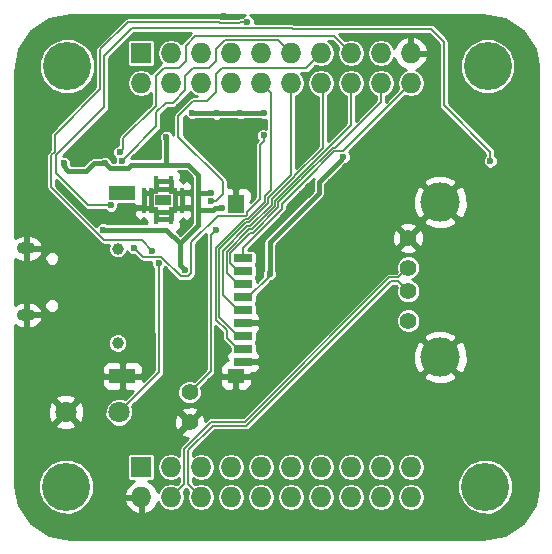
<source format=gbr>
G04 #@! TF.FileFunction,Copper,L2,Bot,Signal*
%FSLAX46Y46*%
G04 Gerber Fmt 4.6, Leading zero omitted, Abs format (unit mm)*
G04 Created by KiCad (PCBNEW 4.0.0-2.201511301920+6191~38~ubuntu14.04.1-stable) date Tue 29 Mar 2016 01:13:56 PM ICT*
%MOMM*%
G01*
G04 APERTURE LIST*
%ADD10C,0.100000*%
%ADD11R,1.597660X0.698500*%
%ADD12R,1.399540X1.198880*%
%ADD13R,1.399540X1.597660*%
%ADD14R,2.199640X1.198880*%
%ADD15C,1.000000*%
%ADD16C,1.422400*%
%ADD17C,3.327400*%
%ADD18O,1.550000X1.000000*%
%ADD19R,1.727200X1.727200*%
%ADD20O,1.727200X1.727200*%
%ADD21C,4.064000*%
%ADD22C,1.397000*%
%ADD23R,1.422400X0.899160*%
%ADD24R,0.398780X0.899160*%
%ADD25C,1.800000*%
%ADD26C,0.600000*%
%ADD27C,0.400000*%
%ADD28C,0.200000*%
%ADD29C,0.150000*%
%ADD30C,0.254000*%
G04 APERTURE END LIST*
D10*
D11*
X144208500Y-100238560D03*
X144208500Y-101338380D03*
X144208500Y-102438200D03*
X144208500Y-103535480D03*
X144208500Y-104635300D03*
X144208500Y-105735120D03*
X144208500Y-106834940D03*
X144208500Y-107934760D03*
X144208500Y-109034580D03*
D12*
X143583660Y-110236000D03*
D13*
X143583660Y-95638620D03*
D14*
X133985000Y-110236000D03*
X133985000Y-94736920D03*
D15*
X133583680Y-99438460D03*
X133583680Y-107439460D03*
D16*
X158179200Y-101048700D03*
X158179200Y-103055300D03*
X158179200Y-98559500D03*
D17*
X160897000Y-95486100D03*
X160897000Y-108617900D03*
D16*
X158179200Y-105544500D03*
D18*
X125862000Y-99437000D03*
X125862000Y-105062000D03*
D19*
X135567000Y-117942000D03*
D20*
X135567000Y-120482000D03*
X138107000Y-117942000D03*
X138107000Y-120482000D03*
X140647000Y-117942000D03*
X140647000Y-120482000D03*
X143187000Y-117942000D03*
X143187000Y-120482000D03*
X145727000Y-117942000D03*
X145727000Y-120482000D03*
X148267000Y-117942000D03*
X148267000Y-120482000D03*
X150807000Y-117942000D03*
X150807000Y-120482000D03*
X153347000Y-117942000D03*
X153347000Y-120482000D03*
X155887000Y-117942000D03*
X155887000Y-120482000D03*
X158427000Y-117942000D03*
X158427000Y-120482000D03*
D19*
X135557000Y-82892000D03*
D20*
X135557000Y-85432000D03*
X138097000Y-82892000D03*
X138097000Y-85432000D03*
X140637000Y-82892000D03*
X140637000Y-85432000D03*
X143177000Y-82892000D03*
X143177000Y-85432000D03*
X145717000Y-82892000D03*
X145717000Y-85432000D03*
X148257000Y-82892000D03*
X148257000Y-85432000D03*
X150797000Y-82892000D03*
X150797000Y-85432000D03*
X153337000Y-82892000D03*
X153337000Y-85432000D03*
X155877000Y-82892000D03*
X155877000Y-85432000D03*
X158417000Y-82892000D03*
X158417000Y-85432000D03*
D21*
X164900000Y-84000000D03*
X129300000Y-84000000D03*
X129200000Y-119600000D03*
X164700000Y-119600000D03*
D22*
X139667000Y-111612000D03*
X139667000Y-114152000D03*
D23*
X137439300Y-95359660D03*
D24*
X139036960Y-96007360D03*
X138437520Y-96007360D03*
X139036960Y-94711960D03*
X138437520Y-94711960D03*
X138087000Y-93762000D03*
X138087000Y-94361440D03*
X136791600Y-93762000D03*
X136791600Y-94361440D03*
X135841640Y-94711960D03*
X136441080Y-94711960D03*
X135841640Y-96007360D03*
X136441080Y-96007360D03*
X136791600Y-96957320D03*
X136791600Y-96357880D03*
X138087000Y-96957320D03*
X138087000Y-96357880D03*
D25*
X133695000Y-113284000D03*
X129195000Y-113284000D03*
D26*
X136547000Y-106842000D03*
X152737000Y-80322000D03*
X156507000Y-80312000D03*
X148617000Y-80292000D03*
X142547000Y-79782000D03*
X137707000Y-88022000D03*
X149737000Y-88262000D03*
X151677000Y-93792000D03*
X152737000Y-95202000D03*
X142307000Y-107812000D03*
X131027000Y-90422000D03*
X126397000Y-88282000D03*
X130357000Y-99752000D03*
X130327000Y-97842000D03*
X135477000Y-103492000D03*
X140917000Y-103342000D03*
X144357000Y-93502000D03*
X127680000Y-90180000D03*
X143583660Y-95638620D03*
X144208500Y-109034580D03*
X133985000Y-110236000D03*
X139337000Y-103332000D03*
X133647000Y-103592000D03*
X127937000Y-105462000D03*
X127937000Y-99062000D03*
X125862000Y-103337000D03*
X125862000Y-101187000D03*
X126117000Y-108762000D03*
X148447000Y-101600000D03*
X152727000Y-100632000D03*
X144667000Y-112992000D03*
X159727000Y-92292000D03*
X165197000Y-89622000D03*
X157657000Y-88452000D03*
X149197000Y-94782000D03*
X155239951Y-94822415D03*
X127807000Y-96132000D03*
X125817000Y-96122000D03*
X130497000Y-92192000D03*
X131877000Y-103462000D03*
X152697000Y-91692000D03*
X145947000Y-87962000D03*
X143967000Y-87972000D03*
X141967000Y-87982000D03*
X139867000Y-87972000D03*
X146447000Y-101600000D03*
X133951887Y-91998767D03*
X139307000Y-101272000D03*
X132327000Y-97842000D03*
X129007000Y-92192000D03*
X132487000Y-92202000D03*
X141472808Y-94713514D03*
X137707000Y-90022000D03*
X142443888Y-96012000D03*
X141940030Y-97850132D03*
X133000000Y-95776362D03*
X165127980Y-92042000D03*
X137040000Y-100670000D03*
X144567000Y-80252000D03*
X136510000Y-99606980D03*
X141452770Y-95453254D03*
X133757626Y-91284708D03*
X134940020Y-99384900D03*
X145947000Y-89862000D03*
D27*
X131027000Y-90422000D02*
X131027000Y-91662000D01*
X131027000Y-91662000D02*
X130497000Y-92192000D01*
X138087000Y-96357880D02*
X138087000Y-96957320D01*
X136791600Y-96357880D02*
X136791600Y-96957320D01*
X136791600Y-96357880D02*
X136441080Y-96007360D01*
X136791600Y-94361440D02*
X136441080Y-94711960D01*
X136441080Y-94711960D02*
X135841640Y-94711960D01*
X136441080Y-96007360D02*
X136441080Y-94711960D01*
X135841640Y-96007360D02*
X136441080Y-96007360D01*
X135841640Y-94711960D02*
X135841640Y-96007360D01*
X136791600Y-93762000D02*
X136791600Y-94361440D01*
X138087000Y-94361440D02*
X138437520Y-94711960D01*
X138087000Y-93762000D02*
X138087000Y-94361440D01*
X139036960Y-94711960D02*
X138437520Y-94711960D01*
X139036960Y-96007360D02*
X139036960Y-94711960D01*
X138437520Y-96007360D02*
X139036960Y-96007360D01*
X138437520Y-94711960D02*
X138437520Y-96007360D01*
X136791600Y-96957320D02*
X138087000Y-96957320D01*
X136791600Y-96357880D02*
X138087000Y-96357880D01*
X136791600Y-94361440D02*
X138087000Y-94361440D01*
X138087000Y-93762000D02*
X136791600Y-93762000D01*
X150606999Y-93782001D02*
X152397001Y-91991999D01*
X150606999Y-94749203D02*
X150606999Y-93782001D01*
X152397001Y-91991999D02*
X152697000Y-91692000D01*
X146447000Y-98909202D02*
X150606999Y-94749203D01*
X146447000Y-101600000D02*
X146447000Y-98909202D01*
X141967000Y-87982000D02*
X139877000Y-87982000D01*
X139877000Y-87982000D02*
X139867000Y-87972000D01*
X143967000Y-87972000D02*
X141977000Y-87972000D01*
X141977000Y-87972000D02*
X141967000Y-87982000D01*
X145947000Y-87962000D02*
X143977000Y-87962000D01*
X143977000Y-87962000D02*
X143967000Y-87972000D01*
D28*
X145937000Y-87972000D02*
X145947000Y-87962000D01*
X143957000Y-87982000D02*
X143967000Y-87972000D01*
X141957000Y-87972000D02*
X141967000Y-87982000D01*
X144208500Y-103535480D02*
X144658080Y-103535480D01*
X144658080Y-103535480D02*
X146447000Y-101746560D01*
X146447000Y-101746560D02*
X146447000Y-101600000D01*
D29*
X144328968Y-96942462D02*
X144575557Y-96942462D01*
X144575557Y-96942462D02*
X146037011Y-95481008D01*
X146037011Y-95481008D02*
X146037011Y-95022304D01*
X141889990Y-105462788D02*
X141889990Y-99381440D01*
X143758920Y-107934760D02*
X142802001Y-106977841D01*
X142802001Y-106374799D02*
X141889990Y-105462788D01*
X141889990Y-99381440D02*
X144328968Y-96942462D01*
X144208500Y-107934760D02*
X143758920Y-107934760D01*
X142802001Y-106977841D02*
X142802001Y-106374799D01*
X146037011Y-95022304D02*
X146580599Y-94478716D01*
X146580599Y-94478716D02*
X146580599Y-86295599D01*
X146580599Y-86295599D02*
X145717000Y-85432000D01*
X148257000Y-93223000D02*
X148257000Y-86653314D01*
X148257000Y-86653314D02*
X148257000Y-85432000D01*
X146327022Y-95152978D02*
X148257000Y-93223000D01*
X146327022Y-95601134D02*
X146327022Y-95152978D01*
X144695683Y-97232473D02*
X146327022Y-95601134D01*
X143758920Y-106834940D02*
X142180001Y-105256021D01*
X144208500Y-106834940D02*
X143758920Y-106834940D01*
X142180001Y-99501566D02*
X144449094Y-97232473D01*
X144449094Y-97232473D02*
X144695683Y-97232473D01*
X142180001Y-105256021D02*
X142180001Y-99501566D01*
X144208500Y-104635300D02*
X143758920Y-104635300D01*
X148547011Y-93343126D02*
X148547011Y-93332578D01*
X150950000Y-90929590D02*
X150950000Y-85279000D01*
X143758920Y-104635300D02*
X142470012Y-103346392D01*
X146617033Y-95721260D02*
X146617033Y-95273103D01*
X142470012Y-103346392D02*
X142470012Y-99621692D01*
X142470012Y-99621692D02*
X144569220Y-97522484D01*
X144569220Y-97522484D02*
X144815809Y-97522484D01*
X144815809Y-97522484D02*
X146617033Y-95721260D01*
X146617033Y-95273103D02*
X148547011Y-93343126D01*
X148547011Y-93332578D02*
X150950000Y-90929590D01*
X150950000Y-85279000D02*
X150797000Y-85432000D01*
X148837022Y-93463252D02*
X148837022Y-93452704D01*
X153337000Y-88952726D02*
X153337000Y-86653314D01*
X148837022Y-93452704D02*
X153337000Y-88952726D01*
X146907044Y-95841386D02*
X146907044Y-95393228D01*
X142799989Y-101479269D02*
X142799989Y-99701852D01*
X144208500Y-102438200D02*
X143758920Y-102438200D01*
X144935935Y-97812495D02*
X146907044Y-95841386D01*
X144689346Y-97812495D02*
X144935935Y-97812495D01*
X143758920Y-102438200D02*
X142799989Y-101479269D01*
X153337000Y-86653314D02*
X153337000Y-85432000D01*
X142799989Y-99701852D02*
X144689346Y-97812495D01*
X146907044Y-95393228D02*
X148837022Y-93463252D01*
X143090000Y-99821978D02*
X144809472Y-98102506D01*
X155877000Y-86653314D02*
X155877000Y-85432000D01*
X152024991Y-90886987D02*
X155877000Y-87034978D01*
X143758920Y-101338380D02*
X143090000Y-100669460D01*
X147197055Y-95513353D02*
X149127033Y-93583378D01*
X147197055Y-95961512D02*
X147197055Y-95513353D01*
X145056061Y-98102506D02*
X147197055Y-95961512D01*
X144809472Y-98102506D02*
X145056061Y-98102506D01*
X143090000Y-100669460D02*
X143090000Y-99821978D01*
X149127033Y-93572830D02*
X151812876Y-90886987D01*
X151812876Y-90886987D02*
X152024991Y-90886987D01*
X155877000Y-87034978D02*
X155877000Y-86653314D01*
X149127033Y-93583378D02*
X149127033Y-93572830D01*
X144208500Y-101338380D02*
X143758920Y-101338380D01*
X157553401Y-86295599D02*
X158417000Y-85432000D01*
X152672002Y-91176998D02*
X157553401Y-86295599D01*
X151933002Y-91176998D02*
X152672002Y-91176998D01*
X149417044Y-93692956D02*
X151933002Y-91176998D01*
X149417044Y-93703504D02*
X149417044Y-93692956D01*
X147487066Y-95633478D02*
X149417044Y-93703504D01*
X144208500Y-99360204D02*
X147487066Y-96081638D01*
X144208500Y-100238560D02*
X144208500Y-99360204D01*
X147487066Y-96081638D02*
X147487066Y-95633478D01*
D28*
X148257000Y-82892000D02*
X147153399Y-81788399D01*
X136847000Y-87902000D02*
X136847000Y-89103654D01*
X147153399Y-81788399D02*
X142647271Y-81788399D01*
X142647271Y-81788399D02*
X141897000Y-82538670D01*
X141897000Y-82538670D02*
X141897000Y-83582000D01*
X141897000Y-83582000D02*
X141307000Y-84172000D01*
X137637000Y-87112000D02*
X136847000Y-87902000D01*
X141307000Y-84172000D02*
X139977000Y-84172000D01*
X139977000Y-84172000D02*
X139320000Y-84829000D01*
X139320000Y-84829000D02*
X139320000Y-86049798D01*
X139320000Y-86049798D02*
X138257798Y-87112000D01*
X138257798Y-87112000D02*
X137637000Y-87112000D01*
X136847000Y-89103654D02*
X134251886Y-91698768D01*
X134251886Y-91698768D02*
X133951887Y-91998767D01*
D27*
X139007001Y-100972001D02*
X139307000Y-101272000D01*
X138890000Y-100855000D02*
X139007001Y-100972001D01*
X138890000Y-99010000D02*
X138890000Y-100855000D01*
X138890000Y-99010000D02*
X138870000Y-99010000D01*
X138870000Y-99010000D02*
X137702000Y-97842000D01*
X137702000Y-97842000D02*
X134539803Y-97842000D01*
X134539803Y-97842000D02*
X132327000Y-97842000D01*
X132487000Y-92202000D02*
X131587000Y-92202000D01*
X131587000Y-92202000D02*
X130887000Y-92902000D01*
X130887000Y-92902000D02*
X129417000Y-92902000D01*
X129417000Y-92902000D02*
X129007000Y-92492000D01*
X129007000Y-92492000D02*
X129007000Y-92192000D01*
X137677000Y-92330000D02*
X134749000Y-92330000D01*
X134749000Y-92330000D02*
X134427000Y-92652000D01*
X134427000Y-92652000D02*
X132937000Y-92652000D01*
X132937000Y-92652000D02*
X132487000Y-92202000D01*
X140525514Y-94713514D02*
X141048544Y-94713514D01*
X141048544Y-94713514D02*
X141472808Y-94713514D01*
X140472000Y-94660000D02*
X140525514Y-94713514D01*
X141671026Y-96182000D02*
X140410000Y-96182000D01*
X142443888Y-96012000D02*
X141841026Y-96012000D01*
X141841026Y-96012000D02*
X141671026Y-96182000D01*
X137707000Y-90022000D02*
X137707000Y-92300000D01*
X137707000Y-92300000D02*
X137677000Y-92330000D01*
X139560000Y-92330000D02*
X137677000Y-92330000D01*
X140410000Y-96182000D02*
X140410000Y-94722000D01*
X140410000Y-97490000D02*
X140410000Y-96182000D01*
X140410000Y-94722000D02*
X140410000Y-93180000D01*
D28*
X140472000Y-94660000D02*
X140410000Y-94722000D01*
D27*
X140410000Y-93180000D02*
X139560000Y-92330000D01*
X138890000Y-99010000D02*
X140410000Y-97490000D01*
D29*
X141481656Y-114105000D02*
X139212001Y-116374655D01*
X139212001Y-119376999D02*
X138107000Y-120482000D01*
X139212001Y-116374655D02*
X139212001Y-119376999D01*
X144351656Y-114105000D02*
X141481656Y-114105000D01*
X156569655Y-101887001D02*
X144351656Y-114105000D01*
X158179200Y-101048700D02*
X157340899Y-101887001D01*
X157340899Y-101887001D02*
X156569655Y-101887001D01*
X141618344Y-114435000D02*
X139541999Y-116511345D01*
X139541999Y-116511345D02*
X139541999Y-119376999D01*
X139541999Y-119376999D02*
X140647000Y-120482000D01*
X144488344Y-114435000D02*
X141618344Y-114435000D01*
X156706345Y-102216999D02*
X144488344Y-114435000D01*
X158179200Y-103055300D02*
X157340899Y-102216999D01*
X157340899Y-102216999D02*
X156706345Y-102216999D01*
X139667000Y-111612000D02*
X141457000Y-109822000D01*
X141457000Y-109822000D02*
X141457000Y-98333162D01*
X141457000Y-98333162D02*
X141640031Y-98150131D01*
X141640031Y-98150131D02*
X141940030Y-97850132D01*
D28*
X131081362Y-95776362D02*
X132575736Y-95776362D01*
X128357000Y-93052000D02*
X131081362Y-95776362D01*
X160112001Y-80852001D02*
X153006201Y-80852001D01*
X148317800Y-80792002D02*
X134787998Y-80792002D01*
X128357000Y-91562000D02*
X128357000Y-93052000D01*
X153006201Y-80852001D02*
X152996201Y-80862001D01*
X132430000Y-83150000D02*
X132430000Y-87489000D01*
X134787998Y-80792002D02*
X132430000Y-83150000D01*
X148387799Y-80862001D02*
X148317800Y-80792002D01*
X152996201Y-80862001D02*
X148387799Y-80862001D01*
X132575736Y-95776362D02*
X133000000Y-95776362D01*
X161180000Y-81920000D02*
X160112001Y-80852001D01*
X161180000Y-87294580D02*
X161180000Y-81920000D01*
X165127980Y-91242560D02*
X161180000Y-87294580D01*
X165127980Y-92042000D02*
X165127980Y-91242560D01*
X132430000Y-87489000D02*
X128357000Y-91562000D01*
X137040000Y-101094264D02*
X137040000Y-100670000D01*
X137040000Y-106535798D02*
X137040000Y-101094264D01*
X137087001Y-106582799D02*
X137040000Y-106535798D01*
X137087001Y-109891999D02*
X137087001Y-106582799D01*
X133695000Y-113284000D02*
X137087001Y-109891999D01*
D29*
X136510000Y-99606980D02*
X135626479Y-98723459D01*
X142164798Y-80252000D02*
X142249799Y-80337001D01*
X127957000Y-94272000D02*
X127957000Y-91516508D01*
X143917000Y-80252000D02*
X144567000Y-80252000D01*
X132408459Y-98723459D02*
X127957000Y-94272000D01*
X127957000Y-91516508D02*
X128241592Y-91231916D01*
X142249799Y-80337001D02*
X143831999Y-80337001D01*
X132107000Y-82582000D02*
X134437000Y-80252000D01*
X143831999Y-80337001D02*
X143917000Y-80252000D01*
X135626479Y-98723459D02*
X132408459Y-98723459D01*
X128241592Y-91231916D02*
X128241592Y-89827408D01*
X132107000Y-85962000D02*
X132107000Y-82582000D01*
X128241592Y-89827408D02*
X132107000Y-85962000D01*
X134437000Y-80252000D02*
X142164798Y-80252000D01*
D28*
X150797000Y-82892000D02*
X149537000Y-84152000D01*
X141116989Y-86982011D02*
X139947989Y-86982011D01*
X149537000Y-84152000D02*
X142387000Y-84152000D01*
X142387000Y-84152000D02*
X141887000Y-84652000D01*
X142470000Y-94860288D02*
X141877034Y-95453254D01*
X141887000Y-84652000D02*
X141887000Y-86212000D01*
X141887000Y-86212000D02*
X141116989Y-86982011D01*
X139947989Y-86982011D02*
X138730000Y-88200000D01*
X138730000Y-89972000D02*
X142470000Y-93712000D01*
X138730000Y-88200000D02*
X138730000Y-89972000D01*
X142470000Y-93712000D02*
X142470000Y-94860288D01*
X141877034Y-95453254D02*
X141452770Y-95453254D01*
X141600020Y-95265736D02*
X141452770Y-95412986D01*
X141452770Y-95412986D02*
X141452770Y-95453254D01*
X153337000Y-82892000D02*
X151893385Y-81448385D01*
X151893385Y-81448385D02*
X140161616Y-81448385D01*
X136790000Y-84820001D02*
X136790000Y-87349000D01*
X140161616Y-81448385D02*
X139357000Y-82253001D01*
X139357000Y-82253001D02*
X139357000Y-83522000D01*
X136790000Y-87349000D02*
X134057625Y-90081375D01*
X139357000Y-83522000D02*
X138747000Y-84132000D01*
X134057625Y-90081375D02*
X134057625Y-90984709D01*
X138747000Y-84132000D02*
X137478001Y-84132000D01*
X137478001Y-84132000D02*
X136790000Y-84820001D01*
X134057625Y-90984709D02*
X133757626Y-91284708D01*
D29*
X138919205Y-101787001D02*
X137287202Y-100154998D01*
X145947000Y-90362000D02*
X145597000Y-90712000D01*
X135710118Y-100154998D02*
X135240019Y-99684899D01*
X139554201Y-101787001D02*
X138919205Y-101787001D01*
X142066549Y-96652451D02*
X139822001Y-98896999D01*
X137287202Y-100154998D02*
X135710118Y-100154998D01*
X144498431Y-96609451D02*
X144455431Y-96652451D01*
X135240019Y-99684899D02*
X134940020Y-99384900D01*
X144498431Y-96371432D02*
X144498431Y-96609451D01*
X145597000Y-90712000D02*
X145597000Y-95272864D01*
X139822001Y-101519201D02*
X139554201Y-101787001D01*
X145597000Y-95272864D02*
X144498431Y-96371432D01*
X144455431Y-96652451D02*
X142066549Y-96652451D01*
X139822001Y-98896999D02*
X139822001Y-101519201D01*
X145947000Y-89862000D02*
X145947000Y-90362000D01*
D30*
G36*
X144212297Y-79720145D02*
X144082215Y-79850000D01*
X143917000Y-79850000D01*
X143763161Y-79880600D01*
X143681745Y-79935001D01*
X142400053Y-79935001D01*
X142318637Y-79880600D01*
X142164798Y-79850000D01*
X134437000Y-79850000D01*
X134283161Y-79880600D01*
X134152743Y-79967743D01*
X131822743Y-82297743D01*
X131735600Y-82428161D01*
X131705000Y-82582000D01*
X131705000Y-85795486D01*
X127957335Y-89543151D01*
X127870192Y-89673569D01*
X127839592Y-89827408D01*
X127839592Y-91065402D01*
X127672743Y-91232251D01*
X127585600Y-91362669D01*
X127555000Y-91516508D01*
X127555000Y-94272000D01*
X127585600Y-94425839D01*
X127672743Y-94556257D01*
X132124202Y-99007716D01*
X132254620Y-99094859D01*
X132408459Y-99125459D01*
X132818187Y-99125459D01*
X132756824Y-99273238D01*
X132756537Y-99602239D01*
X132882175Y-99906306D01*
X133114610Y-100139148D01*
X133418458Y-100265316D01*
X133747459Y-100265603D01*
X134051526Y-100139965D01*
X134284368Y-99907530D01*
X134381198Y-99674337D01*
X134408165Y-99739603D01*
X134584389Y-99916135D01*
X134814755Y-100011791D01*
X134998558Y-100011952D01*
X135425861Y-100439255D01*
X135556279Y-100526398D01*
X135710118Y-100556998D01*
X136413098Y-100556998D01*
X136412891Y-100794171D01*
X136508145Y-101024703D01*
X136613000Y-101129741D01*
X136613000Y-106535793D01*
X136612999Y-106535798D01*
X136645503Y-106699204D01*
X136660001Y-106720902D01*
X136660001Y-109715130D01*
X135719820Y-110655311D01*
X135719820Y-110521750D01*
X135561070Y-110363000D01*
X134112000Y-110363000D01*
X134112000Y-111311690D01*
X134270750Y-111470440D01*
X134904690Y-111470440D01*
X134207074Y-112168056D01*
X133940136Y-112057214D01*
X133452005Y-112056788D01*
X133000869Y-112243194D01*
X132655407Y-112588053D01*
X132468214Y-113038864D01*
X132467788Y-113526995D01*
X132654194Y-113978131D01*
X132999053Y-114323593D01*
X133449864Y-114510786D01*
X133937995Y-114511212D01*
X134389131Y-114324806D01*
X134734593Y-113979947D01*
X134743091Y-113959480D01*
X138321073Y-113959480D01*
X138349852Y-114489199D01*
X138497200Y-114844929D01*
X138732812Y-114906583D01*
X139487395Y-114152000D01*
X138732812Y-113397417D01*
X138497200Y-113459071D01*
X138321073Y-113959480D01*
X134743091Y-113959480D01*
X134921786Y-113529136D01*
X134922057Y-113217812D01*
X138912417Y-113217812D01*
X139667000Y-113972395D01*
X140421583Y-113217812D01*
X140359929Y-112982200D01*
X139859520Y-112806073D01*
X139329801Y-112834852D01*
X138974071Y-112982200D01*
X138912417Y-113217812D01*
X134922057Y-113217812D01*
X134922212Y-113041005D01*
X134811005Y-112771865D01*
X137388933Y-110193936D01*
X137388936Y-110193934D01*
X137481498Y-110055405D01*
X137488773Y-110018830D01*
X137514002Y-109891999D01*
X137514001Y-109891994D01*
X137514001Y-106582799D01*
X137481498Y-106419393D01*
X137467000Y-106397695D01*
X137467000Y-101129684D01*
X137571235Y-101025631D01*
X137576541Y-101012851D01*
X138634948Y-102071258D01*
X138765366Y-102158401D01*
X138919205Y-102189001D01*
X139554201Y-102189001D01*
X139708040Y-102158401D01*
X139838458Y-102071258D01*
X140106258Y-101803458D01*
X140193401Y-101673040D01*
X140224001Y-101519201D01*
X140224001Y-99063513D01*
X141079991Y-98207523D01*
X141055000Y-98333162D01*
X141055000Y-109655486D01*
X140049891Y-110660595D01*
X139871880Y-110586678D01*
X139463910Y-110586322D01*
X139086860Y-110742116D01*
X138798130Y-111030342D01*
X138641678Y-111407120D01*
X138641322Y-111815090D01*
X138797116Y-112192140D01*
X139085342Y-112480870D01*
X139462120Y-112637322D01*
X139870090Y-112637678D01*
X140247140Y-112481884D01*
X140535870Y-112193658D01*
X140692322Y-111816880D01*
X140692678Y-111408910D01*
X140618391Y-111229123D01*
X141325764Y-110521750D01*
X142248890Y-110521750D01*
X142248890Y-110961749D01*
X142345563Y-111195138D01*
X142524191Y-111373767D01*
X142757580Y-111470440D01*
X143297910Y-111470440D01*
X143456660Y-111311690D01*
X143456660Y-110363000D01*
X143710660Y-110363000D01*
X143710660Y-111311690D01*
X143869410Y-111470440D01*
X144409740Y-111470440D01*
X144643129Y-111373767D01*
X144821757Y-111195138D01*
X144918430Y-110961749D01*
X144918430Y-110521750D01*
X144759680Y-110363000D01*
X143710660Y-110363000D01*
X143456660Y-110363000D01*
X142407640Y-110363000D01*
X142248890Y-110521750D01*
X141325764Y-110521750D01*
X141741257Y-110106257D01*
X141828400Y-109975839D01*
X141859000Y-109822000D01*
X141859000Y-106000312D01*
X142400001Y-106541313D01*
X142400001Y-106977841D01*
X142430601Y-107131680D01*
X142517744Y-107262098D01*
X143076264Y-107820618D01*
X143076264Y-108136112D01*
X143049971Y-108147003D01*
X142871343Y-108325632D01*
X142774670Y-108559021D01*
X142774670Y-108748830D01*
X142933418Y-108907578D01*
X142774670Y-108907578D01*
X142774670Y-109001560D01*
X142757580Y-109001560D01*
X142524191Y-109098233D01*
X142345563Y-109276862D01*
X142248890Y-109510251D01*
X142248890Y-109950250D01*
X142407640Y-110109000D01*
X143456660Y-110109000D01*
X143456660Y-110018830D01*
X143710660Y-110018830D01*
X143710660Y-110109000D01*
X144759680Y-110109000D01*
X144849850Y-110018830D01*
X145133640Y-110018830D01*
X145367029Y-109922157D01*
X145545657Y-109743528D01*
X145642330Y-109510139D01*
X145642330Y-109320330D01*
X145483580Y-109161580D01*
X144706476Y-109161580D01*
X144643129Y-109098233D01*
X144409740Y-109001560D01*
X144061500Y-109001560D01*
X144061500Y-108907580D01*
X144081500Y-108907580D01*
X144081500Y-108887580D01*
X144335500Y-108887580D01*
X144335500Y-108907580D01*
X145483580Y-108907580D01*
X145642330Y-108748830D01*
X145642330Y-108559021D01*
X145545657Y-108325632D01*
X145367029Y-108147003D01*
X145340736Y-108136112D01*
X145340736Y-107585510D01*
X145317935Y-107464331D01*
X145266403Y-107384249D01*
X145314468Y-107313904D01*
X145340736Y-107184190D01*
X145340736Y-106633588D01*
X145367029Y-106622697D01*
X145545657Y-106444068D01*
X145642330Y-106210679D01*
X145642330Y-106020870D01*
X145483580Y-105862120D01*
X144335500Y-105862120D01*
X144335500Y-105882120D01*
X144081500Y-105882120D01*
X144081500Y-105862120D01*
X144061500Y-105862120D01*
X144061500Y-105608120D01*
X144081500Y-105608120D01*
X144081500Y-105588120D01*
X144335500Y-105588120D01*
X144335500Y-105608120D01*
X145483580Y-105608120D01*
X145642330Y-105449370D01*
X145642330Y-105259561D01*
X145545657Y-105026172D01*
X145367029Y-104847543D01*
X145340736Y-104836652D01*
X145340736Y-104286050D01*
X145317935Y-104164871D01*
X145266403Y-104084789D01*
X145314468Y-104014444D01*
X145340736Y-103884730D01*
X145340736Y-103456694D01*
X146570322Y-102227108D01*
X146571171Y-102227109D01*
X146801703Y-102131855D01*
X146978235Y-101955631D01*
X147073891Y-101725265D01*
X147074109Y-101475829D01*
X146978855Y-101245297D01*
X146974000Y-101240434D01*
X146974000Y-99502895D01*
X157415410Y-99502895D01*
X157478627Y-99739821D01*
X157983645Y-99918072D01*
X158518433Y-99889493D01*
X158879773Y-99739821D01*
X158942990Y-99502895D01*
X158179200Y-98739105D01*
X157415410Y-99502895D01*
X146974000Y-99502895D01*
X146974000Y-99127492D01*
X147737547Y-98363945D01*
X156820628Y-98363945D01*
X156849207Y-98898733D01*
X156998879Y-99260073D01*
X157235805Y-99323290D01*
X157999595Y-98559500D01*
X158358805Y-98559500D01*
X159122595Y-99323290D01*
X159359521Y-99260073D01*
X159537772Y-98755055D01*
X159509193Y-98220267D01*
X159359521Y-97858927D01*
X159122595Y-97795710D01*
X158358805Y-98559500D01*
X157999595Y-98559500D01*
X157235805Y-97795710D01*
X156998879Y-97858927D01*
X156820628Y-98363945D01*
X147737547Y-98363945D01*
X148485387Y-97616105D01*
X157415410Y-97616105D01*
X158179200Y-98379895D01*
X158942990Y-97616105D01*
X158879773Y-97379179D01*
X158374755Y-97200928D01*
X157839967Y-97229507D01*
X157478627Y-97379179D01*
X157415410Y-97616105D01*
X148485387Y-97616105D01*
X148983184Y-97118308D01*
X159444398Y-97118308D01*
X159624157Y-97454084D01*
X160474161Y-97791376D01*
X161388538Y-97777711D01*
X162169843Y-97454084D01*
X162349602Y-97118308D01*
X160897000Y-95665705D01*
X159444398Y-97118308D01*
X148983184Y-97118308D01*
X150979644Y-95121848D01*
X151018791Y-95063261D01*
X158591724Y-95063261D01*
X158605389Y-95977638D01*
X158929016Y-96758943D01*
X159264792Y-96938702D01*
X160717395Y-95486100D01*
X161076605Y-95486100D01*
X162529208Y-96938702D01*
X162864984Y-96758943D01*
X163202276Y-95908939D01*
X163188611Y-94994562D01*
X162864984Y-94213257D01*
X162529208Y-94033498D01*
X161076605Y-95486100D01*
X160717395Y-95486100D01*
X159264792Y-94033498D01*
X158929016Y-94213257D01*
X158591724Y-95063261D01*
X151018791Y-95063261D01*
X151093884Y-94950878D01*
X151133999Y-94749203D01*
X151133999Y-94000291D01*
X151280398Y-93853892D01*
X159444398Y-93853892D01*
X160897000Y-95306495D01*
X162349602Y-93853892D01*
X162169843Y-93518116D01*
X161319839Y-93180824D01*
X160405462Y-93194489D01*
X159624157Y-93518116D01*
X159444398Y-93853892D01*
X151280398Y-93853892D01*
X152815186Y-92319104D01*
X152821171Y-92319109D01*
X153051703Y-92223855D01*
X153228235Y-92047631D01*
X153323891Y-91817265D01*
X153324109Y-91567829D01*
X153228855Y-91337297D01*
X153154601Y-91262913D01*
X157906575Y-86510939D01*
X157938052Y-86531971D01*
X158393675Y-86622600D01*
X158440325Y-86622600D01*
X158895948Y-86531971D01*
X159282206Y-86273881D01*
X159540296Y-85887623D01*
X159630925Y-85432000D01*
X159540296Y-84976377D01*
X159282206Y-84590119D01*
X158895948Y-84332029D01*
X158834136Y-84319734D01*
X159305490Y-84098821D01*
X159699688Y-83666947D01*
X159871958Y-83251026D01*
X159750817Y-83019000D01*
X158544000Y-83019000D01*
X158544000Y-83039000D01*
X158290000Y-83039000D01*
X158290000Y-83019000D01*
X158270000Y-83019000D01*
X158270000Y-82765000D01*
X158290000Y-82765000D01*
X158290000Y-81557531D01*
X158544000Y-81557531D01*
X158544000Y-82765000D01*
X159750817Y-82765000D01*
X159871958Y-82532974D01*
X159699688Y-82117053D01*
X159305490Y-81685179D01*
X158776027Y-81437032D01*
X158544000Y-81557531D01*
X158290000Y-81557531D01*
X158057973Y-81437032D01*
X157528510Y-81685179D01*
X157134312Y-82117053D01*
X157000866Y-82439240D01*
X157000296Y-82436377D01*
X156742206Y-82050119D01*
X156355948Y-81792029D01*
X155900325Y-81701400D01*
X155853675Y-81701400D01*
X155398052Y-81792029D01*
X155011794Y-82050119D01*
X154753704Y-82436377D01*
X154663075Y-82892000D01*
X154753704Y-83347623D01*
X155011794Y-83733881D01*
X155398052Y-83991971D01*
X155853675Y-84082600D01*
X155900325Y-84082600D01*
X156355948Y-83991971D01*
X156742206Y-83733881D01*
X157000296Y-83347623D01*
X157000866Y-83344760D01*
X157134312Y-83666947D01*
X157528510Y-84098821D01*
X157999864Y-84319734D01*
X157938052Y-84332029D01*
X157551794Y-84590119D01*
X157293704Y-84976377D01*
X157203075Y-85432000D01*
X157293704Y-85887623D01*
X157333422Y-85947064D01*
X156279000Y-87001486D01*
X156279000Y-86547277D01*
X156355948Y-86531971D01*
X156742206Y-86273881D01*
X157000296Y-85887623D01*
X157090925Y-85432000D01*
X157000296Y-84976377D01*
X156742206Y-84590119D01*
X156355948Y-84332029D01*
X155900325Y-84241400D01*
X155853675Y-84241400D01*
X155398052Y-84332029D01*
X155011794Y-84590119D01*
X154753704Y-84976377D01*
X154663075Y-85432000D01*
X154753704Y-85887623D01*
X155011794Y-86273881D01*
X155398052Y-86531971D01*
X155475000Y-86547277D01*
X155475000Y-86868464D01*
X153739000Y-88604464D01*
X153739000Y-86547277D01*
X153815948Y-86531971D01*
X154202206Y-86273881D01*
X154460296Y-85887623D01*
X154550925Y-85432000D01*
X154460296Y-84976377D01*
X154202206Y-84590119D01*
X153815948Y-84332029D01*
X153360325Y-84241400D01*
X153313675Y-84241400D01*
X152858052Y-84332029D01*
X152471794Y-84590119D01*
X152213704Y-84976377D01*
X152123075Y-85432000D01*
X152213704Y-85887623D01*
X152471794Y-86273881D01*
X152858052Y-86531971D01*
X152935000Y-86547277D01*
X152935000Y-88786212D01*
X151352000Y-90369212D01*
X151352000Y-86481155D01*
X151662206Y-86273881D01*
X151920296Y-85887623D01*
X152010925Y-85432000D01*
X151920296Y-84976377D01*
X151662206Y-84590119D01*
X151275948Y-84332029D01*
X150820325Y-84241400D01*
X150773675Y-84241400D01*
X150318052Y-84332029D01*
X149931794Y-84590119D01*
X149673704Y-84976377D01*
X149583075Y-85432000D01*
X149673704Y-85887623D01*
X149931794Y-86273881D01*
X150318052Y-86531971D01*
X150548000Y-86577710D01*
X150548000Y-90763076D01*
X148659000Y-92652075D01*
X148659000Y-86547277D01*
X148735948Y-86531971D01*
X149122206Y-86273881D01*
X149380296Y-85887623D01*
X149470925Y-85432000D01*
X149380296Y-84976377D01*
X149122206Y-84590119D01*
X149105565Y-84579000D01*
X149536995Y-84579000D01*
X149537000Y-84579001D01*
X149700406Y-84546497D01*
X149838935Y-84453935D01*
X150307770Y-83985100D01*
X150318052Y-83991971D01*
X150773675Y-84082600D01*
X150820325Y-84082600D01*
X151275948Y-83991971D01*
X151662206Y-83733881D01*
X151920296Y-83347623D01*
X152010925Y-82892000D01*
X151920296Y-82436377D01*
X151662206Y-82050119D01*
X151400699Y-81875385D01*
X151716515Y-81875385D01*
X152239260Y-82398130D01*
X152213704Y-82436377D01*
X152123075Y-82892000D01*
X152213704Y-83347623D01*
X152471794Y-83733881D01*
X152858052Y-83991971D01*
X153313675Y-84082600D01*
X153360325Y-84082600D01*
X153815948Y-83991971D01*
X154202206Y-83733881D01*
X154460296Y-83347623D01*
X154550925Y-82892000D01*
X154460296Y-82436377D01*
X154202206Y-82050119D01*
X153815948Y-81792029D01*
X153360325Y-81701400D01*
X153313675Y-81701400D01*
X152858052Y-81792029D01*
X152847770Y-81798900D01*
X152337871Y-81289001D01*
X152996196Y-81289001D01*
X152996201Y-81289002D01*
X153046479Y-81279001D01*
X159935131Y-81279001D01*
X160753000Y-82096869D01*
X160753000Y-87294575D01*
X160752999Y-87294580D01*
X160785503Y-87457986D01*
X160878065Y-87596515D01*
X164700980Y-91419429D01*
X164700980Y-91582316D01*
X164596745Y-91686369D01*
X164501089Y-91916735D01*
X164500871Y-92166171D01*
X164596125Y-92396703D01*
X164772349Y-92573235D01*
X165002715Y-92668891D01*
X165252151Y-92669109D01*
X165482683Y-92573855D01*
X165659215Y-92397631D01*
X165754871Y-92167265D01*
X165755089Y-91917829D01*
X165659835Y-91687297D01*
X165554980Y-91582259D01*
X165554980Y-91242565D01*
X165554981Y-91242560D01*
X165522477Y-91079154D01*
X165467087Y-90996257D01*
X165429915Y-90940625D01*
X165429912Y-90940623D01*
X161607000Y-87117710D01*
X161607000Y-84467176D01*
X162540591Y-84467176D01*
X162898971Y-85334521D01*
X163561989Y-85998697D01*
X164428707Y-86358590D01*
X165367176Y-86359409D01*
X166234521Y-86001029D01*
X166898697Y-85338011D01*
X167258590Y-84471293D01*
X167259409Y-83532824D01*
X166901029Y-82665479D01*
X166238011Y-82001303D01*
X165371293Y-81641410D01*
X164432824Y-81640591D01*
X163565479Y-81998971D01*
X162901303Y-82661989D01*
X162541410Y-83528707D01*
X162540591Y-84467176D01*
X161607000Y-84467176D01*
X161607000Y-81920005D01*
X161607001Y-81920000D01*
X161574497Y-81756594D01*
X161548572Y-81717795D01*
X161481935Y-81618065D01*
X161481932Y-81618063D01*
X160413936Y-80550066D01*
X160275407Y-80457504D01*
X160112001Y-80425000D01*
X160111996Y-80425001D01*
X153006201Y-80425001D01*
X152955927Y-80435001D01*
X148537323Y-80435001D01*
X148481206Y-80397505D01*
X148317800Y-80365001D01*
X148317795Y-80365002D01*
X145193902Y-80365002D01*
X145194109Y-80127829D01*
X145098855Y-79897297D01*
X144922631Y-79720765D01*
X144752209Y-79650000D01*
X164552405Y-79650000D01*
X166379180Y-80013368D01*
X167894276Y-81025723D01*
X168906632Y-82540820D01*
X169173000Y-83879943D01*
X169173000Y-119828057D01*
X168906632Y-121167180D01*
X167894276Y-122682277D01*
X166379180Y-123694632D01*
X164552405Y-124058000D01*
X129579595Y-124058000D01*
X127752820Y-123694632D01*
X126237723Y-122682276D01*
X125225368Y-121167180D01*
X125006564Y-120067176D01*
X126840591Y-120067176D01*
X127198971Y-120934521D01*
X127861989Y-121598697D01*
X128728707Y-121958590D01*
X129667176Y-121959409D01*
X130534521Y-121601029D01*
X131198697Y-120938011D01*
X131238968Y-120841026D01*
X134112042Y-120841026D01*
X134284312Y-121256947D01*
X134678510Y-121688821D01*
X135207973Y-121936968D01*
X135440000Y-121816469D01*
X135440000Y-120609000D01*
X134233183Y-120609000D01*
X134112042Y-120841026D01*
X131238968Y-120841026D01*
X131537130Y-120122974D01*
X134112042Y-120122974D01*
X134233183Y-120355000D01*
X135440000Y-120355000D01*
X135440000Y-120335000D01*
X135694000Y-120335000D01*
X135694000Y-120355000D01*
X135714000Y-120355000D01*
X135714000Y-120609000D01*
X135694000Y-120609000D01*
X135694000Y-121816469D01*
X135926027Y-121936968D01*
X136455490Y-121688821D01*
X136849688Y-121256947D01*
X136983134Y-120934760D01*
X136983704Y-120937623D01*
X137241794Y-121323881D01*
X137628052Y-121581971D01*
X138083675Y-121672600D01*
X138130325Y-121672600D01*
X138585948Y-121581971D01*
X138972206Y-121323881D01*
X139230296Y-120937623D01*
X139320925Y-120482000D01*
X139230296Y-120026377D01*
X139190578Y-119966936D01*
X139377000Y-119780514D01*
X139563422Y-119966936D01*
X139523704Y-120026377D01*
X139433075Y-120482000D01*
X139523704Y-120937623D01*
X139781794Y-121323881D01*
X140168052Y-121581971D01*
X140623675Y-121672600D01*
X140670325Y-121672600D01*
X141125948Y-121581971D01*
X141512206Y-121323881D01*
X141770296Y-120937623D01*
X141860925Y-120482000D01*
X141973075Y-120482000D01*
X142063704Y-120937623D01*
X142321794Y-121323881D01*
X142708052Y-121581971D01*
X143163675Y-121672600D01*
X143210325Y-121672600D01*
X143665948Y-121581971D01*
X144052206Y-121323881D01*
X144310296Y-120937623D01*
X144400925Y-120482000D01*
X144513075Y-120482000D01*
X144603704Y-120937623D01*
X144861794Y-121323881D01*
X145248052Y-121581971D01*
X145703675Y-121672600D01*
X145750325Y-121672600D01*
X146205948Y-121581971D01*
X146592206Y-121323881D01*
X146850296Y-120937623D01*
X146940925Y-120482000D01*
X147053075Y-120482000D01*
X147143704Y-120937623D01*
X147401794Y-121323881D01*
X147788052Y-121581971D01*
X148243675Y-121672600D01*
X148290325Y-121672600D01*
X148745948Y-121581971D01*
X149132206Y-121323881D01*
X149390296Y-120937623D01*
X149480925Y-120482000D01*
X149593075Y-120482000D01*
X149683704Y-120937623D01*
X149941794Y-121323881D01*
X150328052Y-121581971D01*
X150783675Y-121672600D01*
X150830325Y-121672600D01*
X151285948Y-121581971D01*
X151672206Y-121323881D01*
X151930296Y-120937623D01*
X152020925Y-120482000D01*
X152133075Y-120482000D01*
X152223704Y-120937623D01*
X152481794Y-121323881D01*
X152868052Y-121581971D01*
X153323675Y-121672600D01*
X153370325Y-121672600D01*
X153825948Y-121581971D01*
X154212206Y-121323881D01*
X154470296Y-120937623D01*
X154560925Y-120482000D01*
X154673075Y-120482000D01*
X154763704Y-120937623D01*
X155021794Y-121323881D01*
X155408052Y-121581971D01*
X155863675Y-121672600D01*
X155910325Y-121672600D01*
X156365948Y-121581971D01*
X156752206Y-121323881D01*
X157010296Y-120937623D01*
X157100925Y-120482000D01*
X157213075Y-120482000D01*
X157303704Y-120937623D01*
X157561794Y-121323881D01*
X157948052Y-121581971D01*
X158403675Y-121672600D01*
X158450325Y-121672600D01*
X158905948Y-121581971D01*
X159292206Y-121323881D01*
X159550296Y-120937623D01*
X159640925Y-120482000D01*
X159558412Y-120067176D01*
X162340591Y-120067176D01*
X162698971Y-120934521D01*
X163361989Y-121598697D01*
X164228707Y-121958590D01*
X165167176Y-121959409D01*
X166034521Y-121601029D01*
X166698697Y-120938011D01*
X167058590Y-120071293D01*
X167059409Y-119132824D01*
X166701029Y-118265479D01*
X166038011Y-117601303D01*
X165171293Y-117241410D01*
X164232824Y-117240591D01*
X163365479Y-117598971D01*
X162701303Y-118261989D01*
X162341410Y-119128707D01*
X162340591Y-120067176D01*
X159558412Y-120067176D01*
X159550296Y-120026377D01*
X159292206Y-119640119D01*
X158905948Y-119382029D01*
X158450325Y-119291400D01*
X158403675Y-119291400D01*
X157948052Y-119382029D01*
X157561794Y-119640119D01*
X157303704Y-120026377D01*
X157213075Y-120482000D01*
X157100925Y-120482000D01*
X157010296Y-120026377D01*
X156752206Y-119640119D01*
X156365948Y-119382029D01*
X155910325Y-119291400D01*
X155863675Y-119291400D01*
X155408052Y-119382029D01*
X155021794Y-119640119D01*
X154763704Y-120026377D01*
X154673075Y-120482000D01*
X154560925Y-120482000D01*
X154470296Y-120026377D01*
X154212206Y-119640119D01*
X153825948Y-119382029D01*
X153370325Y-119291400D01*
X153323675Y-119291400D01*
X152868052Y-119382029D01*
X152481794Y-119640119D01*
X152223704Y-120026377D01*
X152133075Y-120482000D01*
X152020925Y-120482000D01*
X151930296Y-120026377D01*
X151672206Y-119640119D01*
X151285948Y-119382029D01*
X150830325Y-119291400D01*
X150783675Y-119291400D01*
X150328052Y-119382029D01*
X149941794Y-119640119D01*
X149683704Y-120026377D01*
X149593075Y-120482000D01*
X149480925Y-120482000D01*
X149390296Y-120026377D01*
X149132206Y-119640119D01*
X148745948Y-119382029D01*
X148290325Y-119291400D01*
X148243675Y-119291400D01*
X147788052Y-119382029D01*
X147401794Y-119640119D01*
X147143704Y-120026377D01*
X147053075Y-120482000D01*
X146940925Y-120482000D01*
X146850296Y-120026377D01*
X146592206Y-119640119D01*
X146205948Y-119382029D01*
X145750325Y-119291400D01*
X145703675Y-119291400D01*
X145248052Y-119382029D01*
X144861794Y-119640119D01*
X144603704Y-120026377D01*
X144513075Y-120482000D01*
X144400925Y-120482000D01*
X144310296Y-120026377D01*
X144052206Y-119640119D01*
X143665948Y-119382029D01*
X143210325Y-119291400D01*
X143163675Y-119291400D01*
X142708052Y-119382029D01*
X142321794Y-119640119D01*
X142063704Y-120026377D01*
X141973075Y-120482000D01*
X141860925Y-120482000D01*
X141770296Y-120026377D01*
X141512206Y-119640119D01*
X141125948Y-119382029D01*
X140670325Y-119291400D01*
X140623675Y-119291400D01*
X140168052Y-119382029D01*
X140136575Y-119403061D01*
X139943999Y-119210485D01*
X139943999Y-118892263D01*
X140168052Y-119041971D01*
X140623675Y-119132600D01*
X140670325Y-119132600D01*
X141125948Y-119041971D01*
X141512206Y-118783881D01*
X141770296Y-118397623D01*
X141860925Y-117942000D01*
X141973075Y-117942000D01*
X142063704Y-118397623D01*
X142321794Y-118783881D01*
X142708052Y-119041971D01*
X143163675Y-119132600D01*
X143210325Y-119132600D01*
X143665948Y-119041971D01*
X144052206Y-118783881D01*
X144310296Y-118397623D01*
X144400925Y-117942000D01*
X144513075Y-117942000D01*
X144603704Y-118397623D01*
X144861794Y-118783881D01*
X145248052Y-119041971D01*
X145703675Y-119132600D01*
X145750325Y-119132600D01*
X146205948Y-119041971D01*
X146592206Y-118783881D01*
X146850296Y-118397623D01*
X146940925Y-117942000D01*
X147053075Y-117942000D01*
X147143704Y-118397623D01*
X147401794Y-118783881D01*
X147788052Y-119041971D01*
X148243675Y-119132600D01*
X148290325Y-119132600D01*
X148745948Y-119041971D01*
X149132206Y-118783881D01*
X149390296Y-118397623D01*
X149480925Y-117942000D01*
X149593075Y-117942000D01*
X149683704Y-118397623D01*
X149941794Y-118783881D01*
X150328052Y-119041971D01*
X150783675Y-119132600D01*
X150830325Y-119132600D01*
X151285948Y-119041971D01*
X151672206Y-118783881D01*
X151930296Y-118397623D01*
X152020925Y-117942000D01*
X152133075Y-117942000D01*
X152223704Y-118397623D01*
X152481794Y-118783881D01*
X152868052Y-119041971D01*
X153323675Y-119132600D01*
X153370325Y-119132600D01*
X153825948Y-119041971D01*
X154212206Y-118783881D01*
X154470296Y-118397623D01*
X154560925Y-117942000D01*
X154673075Y-117942000D01*
X154763704Y-118397623D01*
X155021794Y-118783881D01*
X155408052Y-119041971D01*
X155863675Y-119132600D01*
X155910325Y-119132600D01*
X156365948Y-119041971D01*
X156752206Y-118783881D01*
X157010296Y-118397623D01*
X157100925Y-117942000D01*
X157213075Y-117942000D01*
X157303704Y-118397623D01*
X157561794Y-118783881D01*
X157948052Y-119041971D01*
X158403675Y-119132600D01*
X158450325Y-119132600D01*
X158905948Y-119041971D01*
X159292206Y-118783881D01*
X159550296Y-118397623D01*
X159640925Y-117942000D01*
X159550296Y-117486377D01*
X159292206Y-117100119D01*
X158905948Y-116842029D01*
X158450325Y-116751400D01*
X158403675Y-116751400D01*
X157948052Y-116842029D01*
X157561794Y-117100119D01*
X157303704Y-117486377D01*
X157213075Y-117942000D01*
X157100925Y-117942000D01*
X157010296Y-117486377D01*
X156752206Y-117100119D01*
X156365948Y-116842029D01*
X155910325Y-116751400D01*
X155863675Y-116751400D01*
X155408052Y-116842029D01*
X155021794Y-117100119D01*
X154763704Y-117486377D01*
X154673075Y-117942000D01*
X154560925Y-117942000D01*
X154470296Y-117486377D01*
X154212206Y-117100119D01*
X153825948Y-116842029D01*
X153370325Y-116751400D01*
X153323675Y-116751400D01*
X152868052Y-116842029D01*
X152481794Y-117100119D01*
X152223704Y-117486377D01*
X152133075Y-117942000D01*
X152020925Y-117942000D01*
X151930296Y-117486377D01*
X151672206Y-117100119D01*
X151285948Y-116842029D01*
X150830325Y-116751400D01*
X150783675Y-116751400D01*
X150328052Y-116842029D01*
X149941794Y-117100119D01*
X149683704Y-117486377D01*
X149593075Y-117942000D01*
X149480925Y-117942000D01*
X149390296Y-117486377D01*
X149132206Y-117100119D01*
X148745948Y-116842029D01*
X148290325Y-116751400D01*
X148243675Y-116751400D01*
X147788052Y-116842029D01*
X147401794Y-117100119D01*
X147143704Y-117486377D01*
X147053075Y-117942000D01*
X146940925Y-117942000D01*
X146850296Y-117486377D01*
X146592206Y-117100119D01*
X146205948Y-116842029D01*
X145750325Y-116751400D01*
X145703675Y-116751400D01*
X145248052Y-116842029D01*
X144861794Y-117100119D01*
X144603704Y-117486377D01*
X144513075Y-117942000D01*
X144400925Y-117942000D01*
X144310296Y-117486377D01*
X144052206Y-117100119D01*
X143665948Y-116842029D01*
X143210325Y-116751400D01*
X143163675Y-116751400D01*
X142708052Y-116842029D01*
X142321794Y-117100119D01*
X142063704Y-117486377D01*
X141973075Y-117942000D01*
X141860925Y-117942000D01*
X141770296Y-117486377D01*
X141512206Y-117100119D01*
X141125948Y-116842029D01*
X140670325Y-116751400D01*
X140623675Y-116751400D01*
X140168052Y-116842029D01*
X139943999Y-116991737D01*
X139943999Y-116677859D01*
X141784858Y-114837000D01*
X144488344Y-114837000D01*
X144642183Y-114806400D01*
X144772601Y-114719257D01*
X149241750Y-110250108D01*
X159444398Y-110250108D01*
X159624157Y-110585884D01*
X160474161Y-110923176D01*
X161388538Y-110909511D01*
X162169843Y-110585884D01*
X162349602Y-110250108D01*
X160897000Y-108797505D01*
X159444398Y-110250108D01*
X149241750Y-110250108D01*
X151296797Y-108195061D01*
X158591724Y-108195061D01*
X158605389Y-109109438D01*
X158929016Y-109890743D01*
X159264792Y-110070502D01*
X160717395Y-108617900D01*
X161076605Y-108617900D01*
X162529208Y-110070502D01*
X162864984Y-109890743D01*
X163202276Y-109040739D01*
X163188611Y-108126362D01*
X162864984Y-107345057D01*
X162529208Y-107165298D01*
X161076605Y-108617900D01*
X160717395Y-108617900D01*
X159264792Y-107165298D01*
X158929016Y-107345057D01*
X158591724Y-108195061D01*
X151296797Y-108195061D01*
X152506166Y-106985692D01*
X159444398Y-106985692D01*
X160897000Y-108438295D01*
X162349602Y-106985692D01*
X162169843Y-106649916D01*
X161319839Y-106312624D01*
X160405462Y-106326289D01*
X159624157Y-106649916D01*
X159444398Y-106985692D01*
X152506166Y-106985692D01*
X153741753Y-105750105D01*
X157140820Y-105750105D01*
X157298543Y-106131825D01*
X157590339Y-106424130D01*
X157971783Y-106582520D01*
X158384805Y-106582880D01*
X158766525Y-106425157D01*
X159058830Y-106133361D01*
X159217220Y-105751917D01*
X159217580Y-105338895D01*
X159059857Y-104957175D01*
X158768061Y-104664870D01*
X158386617Y-104506480D01*
X157973595Y-104506120D01*
X157591875Y-104663843D01*
X157299570Y-104955639D01*
X157141180Y-105337083D01*
X157140820Y-105750105D01*
X153741753Y-105750105D01*
X156872859Y-102618999D01*
X157174385Y-102618999D01*
X157218078Y-102662692D01*
X157141180Y-102847883D01*
X157140820Y-103260905D01*
X157298543Y-103642625D01*
X157590339Y-103934930D01*
X157971783Y-104093320D01*
X158384805Y-104093680D01*
X158766525Y-103935957D01*
X159058830Y-103644161D01*
X159217220Y-103262717D01*
X159217580Y-102849695D01*
X159059857Y-102467975D01*
X158768061Y-102175670D01*
X158469969Y-102051891D01*
X158766525Y-101929357D01*
X159058830Y-101637561D01*
X159217220Y-101256117D01*
X159217580Y-100843095D01*
X159059857Y-100461375D01*
X158768061Y-100169070D01*
X158386617Y-100010680D01*
X157973595Y-100010320D01*
X157591875Y-100168043D01*
X157299570Y-100459839D01*
X157141180Y-100841283D01*
X157140820Y-101254305D01*
X157218085Y-101441301D01*
X157174385Y-101485001D01*
X156569655Y-101485001D01*
X156415816Y-101515601D01*
X156285398Y-101602744D01*
X144185142Y-113703000D01*
X141481656Y-113703000D01*
X141327817Y-113733600D01*
X141197399Y-113820743D01*
X140995443Y-114022699D01*
X140984148Y-113814801D01*
X140836800Y-113459071D01*
X140601188Y-113397417D01*
X139846605Y-114152000D01*
X139860748Y-114166143D01*
X139681143Y-114345748D01*
X139667000Y-114331605D01*
X138912417Y-115086188D01*
X138974071Y-115321800D01*
X139474480Y-115497927D01*
X139522842Y-115495300D01*
X138927744Y-116090398D01*
X138840601Y-116220816D01*
X138810001Y-116374655D01*
X138810001Y-116991737D01*
X138585948Y-116842029D01*
X138130325Y-116751400D01*
X138083675Y-116751400D01*
X137628052Y-116842029D01*
X137241794Y-117100119D01*
X136983704Y-117486377D01*
X136893075Y-117942000D01*
X136983704Y-118397623D01*
X137241794Y-118783881D01*
X137628052Y-119041971D01*
X138083675Y-119132600D01*
X138130325Y-119132600D01*
X138585948Y-119041971D01*
X138810001Y-118892263D01*
X138810001Y-119210485D01*
X138617425Y-119403061D01*
X138585948Y-119382029D01*
X138130325Y-119291400D01*
X138083675Y-119291400D01*
X137628052Y-119382029D01*
X137241794Y-119640119D01*
X136983704Y-120026377D01*
X136983134Y-120029240D01*
X136849688Y-119707053D01*
X136455490Y-119275179D01*
X136164942Y-119139006D01*
X136430600Y-119139006D01*
X136551779Y-119116205D01*
X136663074Y-119044588D01*
X136737738Y-118935314D01*
X136764006Y-118805600D01*
X136764006Y-117078400D01*
X136741205Y-116957221D01*
X136669588Y-116845926D01*
X136560314Y-116771262D01*
X136430600Y-116744994D01*
X134703400Y-116744994D01*
X134582221Y-116767795D01*
X134470926Y-116839412D01*
X134396262Y-116948686D01*
X134369994Y-117078400D01*
X134369994Y-118805600D01*
X134392795Y-118926779D01*
X134464412Y-119038074D01*
X134573686Y-119112738D01*
X134703400Y-119139006D01*
X134969058Y-119139006D01*
X134678510Y-119275179D01*
X134284312Y-119707053D01*
X134112042Y-120122974D01*
X131537130Y-120122974D01*
X131558590Y-120071293D01*
X131559409Y-119132824D01*
X131201029Y-118265479D01*
X130538011Y-117601303D01*
X129671293Y-117241410D01*
X128732824Y-117240591D01*
X127865479Y-117598971D01*
X127201303Y-118261989D01*
X126841410Y-119128707D01*
X126840591Y-120067176D01*
X125006564Y-120067176D01*
X124862000Y-119340405D01*
X124862000Y-114364159D01*
X128294446Y-114364159D01*
X128380852Y-114620643D01*
X128954336Y-114830458D01*
X129564460Y-114804839D01*
X130009148Y-114620643D01*
X130095554Y-114364159D01*
X129195000Y-113463605D01*
X128294446Y-114364159D01*
X124862000Y-114364159D01*
X124862000Y-113043336D01*
X127648542Y-113043336D01*
X127674161Y-113653460D01*
X127858357Y-114098148D01*
X128114841Y-114184554D01*
X129015395Y-113284000D01*
X129374605Y-113284000D01*
X130275159Y-114184554D01*
X130531643Y-114098148D01*
X130741458Y-113524664D01*
X130715839Y-112914540D01*
X130531643Y-112469852D01*
X130275159Y-112383446D01*
X129374605Y-113284000D01*
X129015395Y-113284000D01*
X128114841Y-112383446D01*
X127858357Y-112469852D01*
X127648542Y-113043336D01*
X124862000Y-113043336D01*
X124862000Y-112203841D01*
X128294446Y-112203841D01*
X129195000Y-113104395D01*
X130095554Y-112203841D01*
X130009148Y-111947357D01*
X129435664Y-111737542D01*
X128825540Y-111763161D01*
X128380852Y-111947357D01*
X128294446Y-112203841D01*
X124862000Y-112203841D01*
X124862000Y-110521750D01*
X132250180Y-110521750D01*
X132250180Y-110961749D01*
X132346853Y-111195138D01*
X132525481Y-111373767D01*
X132758870Y-111470440D01*
X133699250Y-111470440D01*
X133858000Y-111311690D01*
X133858000Y-110363000D01*
X132408930Y-110363000D01*
X132250180Y-110521750D01*
X124862000Y-110521750D01*
X124862000Y-109510251D01*
X132250180Y-109510251D01*
X132250180Y-109950250D01*
X132408930Y-110109000D01*
X133858000Y-110109000D01*
X133858000Y-109160310D01*
X134112000Y-109160310D01*
X134112000Y-110109000D01*
X135561070Y-110109000D01*
X135719820Y-109950250D01*
X135719820Y-109510251D01*
X135623147Y-109276862D01*
X135444519Y-109098233D01*
X135211130Y-109001560D01*
X134270750Y-109001560D01*
X134112000Y-109160310D01*
X133858000Y-109160310D01*
X133699250Y-109001560D01*
X132758870Y-109001560D01*
X132525481Y-109098233D01*
X132346853Y-109276862D01*
X132250180Y-109510251D01*
X124862000Y-109510251D01*
X124862000Y-107603239D01*
X132756537Y-107603239D01*
X132882175Y-107907306D01*
X133114610Y-108140148D01*
X133418458Y-108266316D01*
X133747459Y-108266603D01*
X134051526Y-108140965D01*
X134284368Y-107908530D01*
X134410536Y-107604682D01*
X134410823Y-107275681D01*
X134285185Y-106971614D01*
X134052750Y-106738772D01*
X133748902Y-106612604D01*
X133419901Y-106612317D01*
X133115834Y-106737955D01*
X132882992Y-106970390D01*
X132756824Y-107274238D01*
X132756537Y-107603239D01*
X124862000Y-107603239D01*
X124862000Y-105915873D01*
X125035322Y-106062002D01*
X125460000Y-106197000D01*
X125735000Y-106197000D01*
X125735000Y-105189000D01*
X125989000Y-105189000D01*
X125989000Y-106197000D01*
X126264000Y-106197000D01*
X126688678Y-106062002D01*
X127029368Y-105774763D01*
X127231119Y-105363874D01*
X127104954Y-105189000D01*
X125989000Y-105189000D01*
X125735000Y-105189000D01*
X125715000Y-105189000D01*
X125715000Y-104935000D01*
X125735000Y-104935000D01*
X125735000Y-103927000D01*
X125989000Y-103927000D01*
X125989000Y-104935000D01*
X127104954Y-104935000D01*
X127231119Y-104760126D01*
X127047503Y-104386171D01*
X127384891Y-104386171D01*
X127480145Y-104616703D01*
X127656369Y-104793235D01*
X127886735Y-104888891D01*
X128136171Y-104889109D01*
X128366703Y-104793855D01*
X128543235Y-104617631D01*
X128638891Y-104387265D01*
X128639109Y-104137829D01*
X128543855Y-103907297D01*
X128367631Y-103730765D01*
X128137265Y-103635109D01*
X127887829Y-103634891D01*
X127657297Y-103730145D01*
X127480765Y-103906369D01*
X127385109Y-104136735D01*
X127384891Y-104386171D01*
X127047503Y-104386171D01*
X127029368Y-104349237D01*
X126688678Y-104061998D01*
X126264000Y-103927000D01*
X125989000Y-103927000D01*
X125735000Y-103927000D01*
X125460000Y-103927000D01*
X125035322Y-104061998D01*
X124862000Y-104208127D01*
X124862000Y-100290873D01*
X125035322Y-100437002D01*
X125460000Y-100572000D01*
X125735000Y-100572000D01*
X125735000Y-99564000D01*
X125989000Y-99564000D01*
X125989000Y-100572000D01*
X126264000Y-100572000D01*
X126688678Y-100437002D01*
X126748967Y-100386171D01*
X127384891Y-100386171D01*
X127480145Y-100616703D01*
X127656369Y-100793235D01*
X127886735Y-100888891D01*
X128136171Y-100889109D01*
X128366703Y-100793855D01*
X128543235Y-100617631D01*
X128638891Y-100387265D01*
X128639109Y-100137829D01*
X128543855Y-99907297D01*
X128367631Y-99730765D01*
X128137265Y-99635109D01*
X127887829Y-99634891D01*
X127657297Y-99730145D01*
X127480765Y-99906369D01*
X127385109Y-100136735D01*
X127384891Y-100386171D01*
X126748967Y-100386171D01*
X127029368Y-100149763D01*
X127231119Y-99738874D01*
X127104954Y-99564000D01*
X125989000Y-99564000D01*
X125735000Y-99564000D01*
X125715000Y-99564000D01*
X125715000Y-99310000D01*
X125735000Y-99310000D01*
X125735000Y-98302000D01*
X125989000Y-98302000D01*
X125989000Y-99310000D01*
X127104954Y-99310000D01*
X127231119Y-99135126D01*
X127029368Y-98724237D01*
X126688678Y-98436998D01*
X126264000Y-98302000D01*
X125989000Y-98302000D01*
X125735000Y-98302000D01*
X125460000Y-98302000D01*
X125035322Y-98436998D01*
X124862000Y-98583127D01*
X124862000Y-84467176D01*
X126940591Y-84467176D01*
X127298971Y-85334521D01*
X127961989Y-85998697D01*
X128828707Y-86358590D01*
X129767176Y-86359409D01*
X130634521Y-86001029D01*
X131298697Y-85338011D01*
X131658590Y-84471293D01*
X131659409Y-83532824D01*
X131301029Y-82665479D01*
X130638011Y-82001303D01*
X129771293Y-81641410D01*
X128832824Y-81640591D01*
X127965479Y-81998971D01*
X127301303Y-82661989D01*
X126941410Y-83528707D01*
X126940591Y-84467176D01*
X124862000Y-84467176D01*
X124862000Y-84367595D01*
X125225368Y-82540820D01*
X126237723Y-81025724D01*
X127752820Y-80013368D01*
X129579595Y-79650000D01*
X144382061Y-79650000D01*
X144212297Y-79720145D01*
X144212297Y-79720145D01*
G37*
X144212297Y-79720145D02*
X144082215Y-79850000D01*
X143917000Y-79850000D01*
X143763161Y-79880600D01*
X143681745Y-79935001D01*
X142400053Y-79935001D01*
X142318637Y-79880600D01*
X142164798Y-79850000D01*
X134437000Y-79850000D01*
X134283161Y-79880600D01*
X134152743Y-79967743D01*
X131822743Y-82297743D01*
X131735600Y-82428161D01*
X131705000Y-82582000D01*
X131705000Y-85795486D01*
X127957335Y-89543151D01*
X127870192Y-89673569D01*
X127839592Y-89827408D01*
X127839592Y-91065402D01*
X127672743Y-91232251D01*
X127585600Y-91362669D01*
X127555000Y-91516508D01*
X127555000Y-94272000D01*
X127585600Y-94425839D01*
X127672743Y-94556257D01*
X132124202Y-99007716D01*
X132254620Y-99094859D01*
X132408459Y-99125459D01*
X132818187Y-99125459D01*
X132756824Y-99273238D01*
X132756537Y-99602239D01*
X132882175Y-99906306D01*
X133114610Y-100139148D01*
X133418458Y-100265316D01*
X133747459Y-100265603D01*
X134051526Y-100139965D01*
X134284368Y-99907530D01*
X134381198Y-99674337D01*
X134408165Y-99739603D01*
X134584389Y-99916135D01*
X134814755Y-100011791D01*
X134998558Y-100011952D01*
X135425861Y-100439255D01*
X135556279Y-100526398D01*
X135710118Y-100556998D01*
X136413098Y-100556998D01*
X136412891Y-100794171D01*
X136508145Y-101024703D01*
X136613000Y-101129741D01*
X136613000Y-106535793D01*
X136612999Y-106535798D01*
X136645503Y-106699204D01*
X136660001Y-106720902D01*
X136660001Y-109715130D01*
X135719820Y-110655311D01*
X135719820Y-110521750D01*
X135561070Y-110363000D01*
X134112000Y-110363000D01*
X134112000Y-111311690D01*
X134270750Y-111470440D01*
X134904690Y-111470440D01*
X134207074Y-112168056D01*
X133940136Y-112057214D01*
X133452005Y-112056788D01*
X133000869Y-112243194D01*
X132655407Y-112588053D01*
X132468214Y-113038864D01*
X132467788Y-113526995D01*
X132654194Y-113978131D01*
X132999053Y-114323593D01*
X133449864Y-114510786D01*
X133937995Y-114511212D01*
X134389131Y-114324806D01*
X134734593Y-113979947D01*
X134743091Y-113959480D01*
X138321073Y-113959480D01*
X138349852Y-114489199D01*
X138497200Y-114844929D01*
X138732812Y-114906583D01*
X139487395Y-114152000D01*
X138732812Y-113397417D01*
X138497200Y-113459071D01*
X138321073Y-113959480D01*
X134743091Y-113959480D01*
X134921786Y-113529136D01*
X134922057Y-113217812D01*
X138912417Y-113217812D01*
X139667000Y-113972395D01*
X140421583Y-113217812D01*
X140359929Y-112982200D01*
X139859520Y-112806073D01*
X139329801Y-112834852D01*
X138974071Y-112982200D01*
X138912417Y-113217812D01*
X134922057Y-113217812D01*
X134922212Y-113041005D01*
X134811005Y-112771865D01*
X137388933Y-110193936D01*
X137388936Y-110193934D01*
X137481498Y-110055405D01*
X137488773Y-110018830D01*
X137514002Y-109891999D01*
X137514001Y-109891994D01*
X137514001Y-106582799D01*
X137481498Y-106419393D01*
X137467000Y-106397695D01*
X137467000Y-101129684D01*
X137571235Y-101025631D01*
X137576541Y-101012851D01*
X138634948Y-102071258D01*
X138765366Y-102158401D01*
X138919205Y-102189001D01*
X139554201Y-102189001D01*
X139708040Y-102158401D01*
X139838458Y-102071258D01*
X140106258Y-101803458D01*
X140193401Y-101673040D01*
X140224001Y-101519201D01*
X140224001Y-99063513D01*
X141079991Y-98207523D01*
X141055000Y-98333162D01*
X141055000Y-109655486D01*
X140049891Y-110660595D01*
X139871880Y-110586678D01*
X139463910Y-110586322D01*
X139086860Y-110742116D01*
X138798130Y-111030342D01*
X138641678Y-111407120D01*
X138641322Y-111815090D01*
X138797116Y-112192140D01*
X139085342Y-112480870D01*
X139462120Y-112637322D01*
X139870090Y-112637678D01*
X140247140Y-112481884D01*
X140535870Y-112193658D01*
X140692322Y-111816880D01*
X140692678Y-111408910D01*
X140618391Y-111229123D01*
X141325764Y-110521750D01*
X142248890Y-110521750D01*
X142248890Y-110961749D01*
X142345563Y-111195138D01*
X142524191Y-111373767D01*
X142757580Y-111470440D01*
X143297910Y-111470440D01*
X143456660Y-111311690D01*
X143456660Y-110363000D01*
X143710660Y-110363000D01*
X143710660Y-111311690D01*
X143869410Y-111470440D01*
X144409740Y-111470440D01*
X144643129Y-111373767D01*
X144821757Y-111195138D01*
X144918430Y-110961749D01*
X144918430Y-110521750D01*
X144759680Y-110363000D01*
X143710660Y-110363000D01*
X143456660Y-110363000D01*
X142407640Y-110363000D01*
X142248890Y-110521750D01*
X141325764Y-110521750D01*
X141741257Y-110106257D01*
X141828400Y-109975839D01*
X141859000Y-109822000D01*
X141859000Y-106000312D01*
X142400001Y-106541313D01*
X142400001Y-106977841D01*
X142430601Y-107131680D01*
X142517744Y-107262098D01*
X143076264Y-107820618D01*
X143076264Y-108136112D01*
X143049971Y-108147003D01*
X142871343Y-108325632D01*
X142774670Y-108559021D01*
X142774670Y-108748830D01*
X142933418Y-108907578D01*
X142774670Y-108907578D01*
X142774670Y-109001560D01*
X142757580Y-109001560D01*
X142524191Y-109098233D01*
X142345563Y-109276862D01*
X142248890Y-109510251D01*
X142248890Y-109950250D01*
X142407640Y-110109000D01*
X143456660Y-110109000D01*
X143456660Y-110018830D01*
X143710660Y-110018830D01*
X143710660Y-110109000D01*
X144759680Y-110109000D01*
X144849850Y-110018830D01*
X145133640Y-110018830D01*
X145367029Y-109922157D01*
X145545657Y-109743528D01*
X145642330Y-109510139D01*
X145642330Y-109320330D01*
X145483580Y-109161580D01*
X144706476Y-109161580D01*
X144643129Y-109098233D01*
X144409740Y-109001560D01*
X144061500Y-109001560D01*
X144061500Y-108907580D01*
X144081500Y-108907580D01*
X144081500Y-108887580D01*
X144335500Y-108887580D01*
X144335500Y-108907580D01*
X145483580Y-108907580D01*
X145642330Y-108748830D01*
X145642330Y-108559021D01*
X145545657Y-108325632D01*
X145367029Y-108147003D01*
X145340736Y-108136112D01*
X145340736Y-107585510D01*
X145317935Y-107464331D01*
X145266403Y-107384249D01*
X145314468Y-107313904D01*
X145340736Y-107184190D01*
X145340736Y-106633588D01*
X145367029Y-106622697D01*
X145545657Y-106444068D01*
X145642330Y-106210679D01*
X145642330Y-106020870D01*
X145483580Y-105862120D01*
X144335500Y-105862120D01*
X144335500Y-105882120D01*
X144081500Y-105882120D01*
X144081500Y-105862120D01*
X144061500Y-105862120D01*
X144061500Y-105608120D01*
X144081500Y-105608120D01*
X144081500Y-105588120D01*
X144335500Y-105588120D01*
X144335500Y-105608120D01*
X145483580Y-105608120D01*
X145642330Y-105449370D01*
X145642330Y-105259561D01*
X145545657Y-105026172D01*
X145367029Y-104847543D01*
X145340736Y-104836652D01*
X145340736Y-104286050D01*
X145317935Y-104164871D01*
X145266403Y-104084789D01*
X145314468Y-104014444D01*
X145340736Y-103884730D01*
X145340736Y-103456694D01*
X146570322Y-102227108D01*
X146571171Y-102227109D01*
X146801703Y-102131855D01*
X146978235Y-101955631D01*
X147073891Y-101725265D01*
X147074109Y-101475829D01*
X146978855Y-101245297D01*
X146974000Y-101240434D01*
X146974000Y-99502895D01*
X157415410Y-99502895D01*
X157478627Y-99739821D01*
X157983645Y-99918072D01*
X158518433Y-99889493D01*
X158879773Y-99739821D01*
X158942990Y-99502895D01*
X158179200Y-98739105D01*
X157415410Y-99502895D01*
X146974000Y-99502895D01*
X146974000Y-99127492D01*
X147737547Y-98363945D01*
X156820628Y-98363945D01*
X156849207Y-98898733D01*
X156998879Y-99260073D01*
X157235805Y-99323290D01*
X157999595Y-98559500D01*
X158358805Y-98559500D01*
X159122595Y-99323290D01*
X159359521Y-99260073D01*
X159537772Y-98755055D01*
X159509193Y-98220267D01*
X159359521Y-97858927D01*
X159122595Y-97795710D01*
X158358805Y-98559500D01*
X157999595Y-98559500D01*
X157235805Y-97795710D01*
X156998879Y-97858927D01*
X156820628Y-98363945D01*
X147737547Y-98363945D01*
X148485387Y-97616105D01*
X157415410Y-97616105D01*
X158179200Y-98379895D01*
X158942990Y-97616105D01*
X158879773Y-97379179D01*
X158374755Y-97200928D01*
X157839967Y-97229507D01*
X157478627Y-97379179D01*
X157415410Y-97616105D01*
X148485387Y-97616105D01*
X148983184Y-97118308D01*
X159444398Y-97118308D01*
X159624157Y-97454084D01*
X160474161Y-97791376D01*
X161388538Y-97777711D01*
X162169843Y-97454084D01*
X162349602Y-97118308D01*
X160897000Y-95665705D01*
X159444398Y-97118308D01*
X148983184Y-97118308D01*
X150979644Y-95121848D01*
X151018791Y-95063261D01*
X158591724Y-95063261D01*
X158605389Y-95977638D01*
X158929016Y-96758943D01*
X159264792Y-96938702D01*
X160717395Y-95486100D01*
X161076605Y-95486100D01*
X162529208Y-96938702D01*
X162864984Y-96758943D01*
X163202276Y-95908939D01*
X163188611Y-94994562D01*
X162864984Y-94213257D01*
X162529208Y-94033498D01*
X161076605Y-95486100D01*
X160717395Y-95486100D01*
X159264792Y-94033498D01*
X158929016Y-94213257D01*
X158591724Y-95063261D01*
X151018791Y-95063261D01*
X151093884Y-94950878D01*
X151133999Y-94749203D01*
X151133999Y-94000291D01*
X151280398Y-93853892D01*
X159444398Y-93853892D01*
X160897000Y-95306495D01*
X162349602Y-93853892D01*
X162169843Y-93518116D01*
X161319839Y-93180824D01*
X160405462Y-93194489D01*
X159624157Y-93518116D01*
X159444398Y-93853892D01*
X151280398Y-93853892D01*
X152815186Y-92319104D01*
X152821171Y-92319109D01*
X153051703Y-92223855D01*
X153228235Y-92047631D01*
X153323891Y-91817265D01*
X153324109Y-91567829D01*
X153228855Y-91337297D01*
X153154601Y-91262913D01*
X157906575Y-86510939D01*
X157938052Y-86531971D01*
X158393675Y-86622600D01*
X158440325Y-86622600D01*
X158895948Y-86531971D01*
X159282206Y-86273881D01*
X159540296Y-85887623D01*
X159630925Y-85432000D01*
X159540296Y-84976377D01*
X159282206Y-84590119D01*
X158895948Y-84332029D01*
X158834136Y-84319734D01*
X159305490Y-84098821D01*
X159699688Y-83666947D01*
X159871958Y-83251026D01*
X159750817Y-83019000D01*
X158544000Y-83019000D01*
X158544000Y-83039000D01*
X158290000Y-83039000D01*
X158290000Y-83019000D01*
X158270000Y-83019000D01*
X158270000Y-82765000D01*
X158290000Y-82765000D01*
X158290000Y-81557531D01*
X158544000Y-81557531D01*
X158544000Y-82765000D01*
X159750817Y-82765000D01*
X159871958Y-82532974D01*
X159699688Y-82117053D01*
X159305490Y-81685179D01*
X158776027Y-81437032D01*
X158544000Y-81557531D01*
X158290000Y-81557531D01*
X158057973Y-81437032D01*
X157528510Y-81685179D01*
X157134312Y-82117053D01*
X157000866Y-82439240D01*
X157000296Y-82436377D01*
X156742206Y-82050119D01*
X156355948Y-81792029D01*
X155900325Y-81701400D01*
X155853675Y-81701400D01*
X155398052Y-81792029D01*
X155011794Y-82050119D01*
X154753704Y-82436377D01*
X154663075Y-82892000D01*
X154753704Y-83347623D01*
X155011794Y-83733881D01*
X155398052Y-83991971D01*
X155853675Y-84082600D01*
X155900325Y-84082600D01*
X156355948Y-83991971D01*
X156742206Y-83733881D01*
X157000296Y-83347623D01*
X157000866Y-83344760D01*
X157134312Y-83666947D01*
X157528510Y-84098821D01*
X157999864Y-84319734D01*
X157938052Y-84332029D01*
X157551794Y-84590119D01*
X157293704Y-84976377D01*
X157203075Y-85432000D01*
X157293704Y-85887623D01*
X157333422Y-85947064D01*
X156279000Y-87001486D01*
X156279000Y-86547277D01*
X156355948Y-86531971D01*
X156742206Y-86273881D01*
X157000296Y-85887623D01*
X157090925Y-85432000D01*
X157000296Y-84976377D01*
X156742206Y-84590119D01*
X156355948Y-84332029D01*
X155900325Y-84241400D01*
X155853675Y-84241400D01*
X155398052Y-84332029D01*
X155011794Y-84590119D01*
X154753704Y-84976377D01*
X154663075Y-85432000D01*
X154753704Y-85887623D01*
X155011794Y-86273881D01*
X155398052Y-86531971D01*
X155475000Y-86547277D01*
X155475000Y-86868464D01*
X153739000Y-88604464D01*
X153739000Y-86547277D01*
X153815948Y-86531971D01*
X154202206Y-86273881D01*
X154460296Y-85887623D01*
X154550925Y-85432000D01*
X154460296Y-84976377D01*
X154202206Y-84590119D01*
X153815948Y-84332029D01*
X153360325Y-84241400D01*
X153313675Y-84241400D01*
X152858052Y-84332029D01*
X152471794Y-84590119D01*
X152213704Y-84976377D01*
X152123075Y-85432000D01*
X152213704Y-85887623D01*
X152471794Y-86273881D01*
X152858052Y-86531971D01*
X152935000Y-86547277D01*
X152935000Y-88786212D01*
X151352000Y-90369212D01*
X151352000Y-86481155D01*
X151662206Y-86273881D01*
X151920296Y-85887623D01*
X152010925Y-85432000D01*
X151920296Y-84976377D01*
X151662206Y-84590119D01*
X151275948Y-84332029D01*
X150820325Y-84241400D01*
X150773675Y-84241400D01*
X150318052Y-84332029D01*
X149931794Y-84590119D01*
X149673704Y-84976377D01*
X149583075Y-85432000D01*
X149673704Y-85887623D01*
X149931794Y-86273881D01*
X150318052Y-86531971D01*
X150548000Y-86577710D01*
X150548000Y-90763076D01*
X148659000Y-92652075D01*
X148659000Y-86547277D01*
X148735948Y-86531971D01*
X149122206Y-86273881D01*
X149380296Y-85887623D01*
X149470925Y-85432000D01*
X149380296Y-84976377D01*
X149122206Y-84590119D01*
X149105565Y-84579000D01*
X149536995Y-84579000D01*
X149537000Y-84579001D01*
X149700406Y-84546497D01*
X149838935Y-84453935D01*
X150307770Y-83985100D01*
X150318052Y-83991971D01*
X150773675Y-84082600D01*
X150820325Y-84082600D01*
X151275948Y-83991971D01*
X151662206Y-83733881D01*
X151920296Y-83347623D01*
X152010925Y-82892000D01*
X151920296Y-82436377D01*
X151662206Y-82050119D01*
X151400699Y-81875385D01*
X151716515Y-81875385D01*
X152239260Y-82398130D01*
X152213704Y-82436377D01*
X152123075Y-82892000D01*
X152213704Y-83347623D01*
X152471794Y-83733881D01*
X152858052Y-83991971D01*
X153313675Y-84082600D01*
X153360325Y-84082600D01*
X153815948Y-83991971D01*
X154202206Y-83733881D01*
X154460296Y-83347623D01*
X154550925Y-82892000D01*
X154460296Y-82436377D01*
X154202206Y-82050119D01*
X153815948Y-81792029D01*
X153360325Y-81701400D01*
X153313675Y-81701400D01*
X152858052Y-81792029D01*
X152847770Y-81798900D01*
X152337871Y-81289001D01*
X152996196Y-81289001D01*
X152996201Y-81289002D01*
X153046479Y-81279001D01*
X159935131Y-81279001D01*
X160753000Y-82096869D01*
X160753000Y-87294575D01*
X160752999Y-87294580D01*
X160785503Y-87457986D01*
X160878065Y-87596515D01*
X164700980Y-91419429D01*
X164700980Y-91582316D01*
X164596745Y-91686369D01*
X164501089Y-91916735D01*
X164500871Y-92166171D01*
X164596125Y-92396703D01*
X164772349Y-92573235D01*
X165002715Y-92668891D01*
X165252151Y-92669109D01*
X165482683Y-92573855D01*
X165659215Y-92397631D01*
X165754871Y-92167265D01*
X165755089Y-91917829D01*
X165659835Y-91687297D01*
X165554980Y-91582259D01*
X165554980Y-91242565D01*
X165554981Y-91242560D01*
X165522477Y-91079154D01*
X165467087Y-90996257D01*
X165429915Y-90940625D01*
X165429912Y-90940623D01*
X161607000Y-87117710D01*
X161607000Y-84467176D01*
X162540591Y-84467176D01*
X162898971Y-85334521D01*
X163561989Y-85998697D01*
X164428707Y-86358590D01*
X165367176Y-86359409D01*
X166234521Y-86001029D01*
X166898697Y-85338011D01*
X167258590Y-84471293D01*
X167259409Y-83532824D01*
X166901029Y-82665479D01*
X166238011Y-82001303D01*
X165371293Y-81641410D01*
X164432824Y-81640591D01*
X163565479Y-81998971D01*
X162901303Y-82661989D01*
X162541410Y-83528707D01*
X162540591Y-84467176D01*
X161607000Y-84467176D01*
X161607000Y-81920005D01*
X161607001Y-81920000D01*
X161574497Y-81756594D01*
X161548572Y-81717795D01*
X161481935Y-81618065D01*
X161481932Y-81618063D01*
X160413936Y-80550066D01*
X160275407Y-80457504D01*
X160112001Y-80425000D01*
X160111996Y-80425001D01*
X153006201Y-80425001D01*
X152955927Y-80435001D01*
X148537323Y-80435001D01*
X148481206Y-80397505D01*
X148317800Y-80365001D01*
X148317795Y-80365002D01*
X145193902Y-80365002D01*
X145194109Y-80127829D01*
X145098855Y-79897297D01*
X144922631Y-79720765D01*
X144752209Y-79650000D01*
X164552405Y-79650000D01*
X166379180Y-80013368D01*
X167894276Y-81025723D01*
X168906632Y-82540820D01*
X169173000Y-83879943D01*
X169173000Y-119828057D01*
X168906632Y-121167180D01*
X167894276Y-122682277D01*
X166379180Y-123694632D01*
X164552405Y-124058000D01*
X129579595Y-124058000D01*
X127752820Y-123694632D01*
X126237723Y-122682276D01*
X125225368Y-121167180D01*
X125006564Y-120067176D01*
X126840591Y-120067176D01*
X127198971Y-120934521D01*
X127861989Y-121598697D01*
X128728707Y-121958590D01*
X129667176Y-121959409D01*
X130534521Y-121601029D01*
X131198697Y-120938011D01*
X131238968Y-120841026D01*
X134112042Y-120841026D01*
X134284312Y-121256947D01*
X134678510Y-121688821D01*
X135207973Y-121936968D01*
X135440000Y-121816469D01*
X135440000Y-120609000D01*
X134233183Y-120609000D01*
X134112042Y-120841026D01*
X131238968Y-120841026D01*
X131537130Y-120122974D01*
X134112042Y-120122974D01*
X134233183Y-120355000D01*
X135440000Y-120355000D01*
X135440000Y-120335000D01*
X135694000Y-120335000D01*
X135694000Y-120355000D01*
X135714000Y-120355000D01*
X135714000Y-120609000D01*
X135694000Y-120609000D01*
X135694000Y-121816469D01*
X135926027Y-121936968D01*
X136455490Y-121688821D01*
X136849688Y-121256947D01*
X136983134Y-120934760D01*
X136983704Y-120937623D01*
X137241794Y-121323881D01*
X137628052Y-121581971D01*
X138083675Y-121672600D01*
X138130325Y-121672600D01*
X138585948Y-121581971D01*
X138972206Y-121323881D01*
X139230296Y-120937623D01*
X139320925Y-120482000D01*
X139230296Y-120026377D01*
X139190578Y-119966936D01*
X139377000Y-119780514D01*
X139563422Y-119966936D01*
X139523704Y-120026377D01*
X139433075Y-120482000D01*
X139523704Y-120937623D01*
X139781794Y-121323881D01*
X140168052Y-121581971D01*
X140623675Y-121672600D01*
X140670325Y-121672600D01*
X141125948Y-121581971D01*
X141512206Y-121323881D01*
X141770296Y-120937623D01*
X141860925Y-120482000D01*
X141973075Y-120482000D01*
X142063704Y-120937623D01*
X142321794Y-121323881D01*
X142708052Y-121581971D01*
X143163675Y-121672600D01*
X143210325Y-121672600D01*
X143665948Y-121581971D01*
X144052206Y-121323881D01*
X144310296Y-120937623D01*
X144400925Y-120482000D01*
X144513075Y-120482000D01*
X144603704Y-120937623D01*
X144861794Y-121323881D01*
X145248052Y-121581971D01*
X145703675Y-121672600D01*
X145750325Y-121672600D01*
X146205948Y-121581971D01*
X146592206Y-121323881D01*
X146850296Y-120937623D01*
X146940925Y-120482000D01*
X147053075Y-120482000D01*
X147143704Y-120937623D01*
X147401794Y-121323881D01*
X147788052Y-121581971D01*
X148243675Y-121672600D01*
X148290325Y-121672600D01*
X148745948Y-121581971D01*
X149132206Y-121323881D01*
X149390296Y-120937623D01*
X149480925Y-120482000D01*
X149593075Y-120482000D01*
X149683704Y-120937623D01*
X149941794Y-121323881D01*
X150328052Y-121581971D01*
X150783675Y-121672600D01*
X150830325Y-121672600D01*
X151285948Y-121581971D01*
X151672206Y-121323881D01*
X151930296Y-120937623D01*
X152020925Y-120482000D01*
X152133075Y-120482000D01*
X152223704Y-120937623D01*
X152481794Y-121323881D01*
X152868052Y-121581971D01*
X153323675Y-121672600D01*
X153370325Y-121672600D01*
X153825948Y-121581971D01*
X154212206Y-121323881D01*
X154470296Y-120937623D01*
X154560925Y-120482000D01*
X154673075Y-120482000D01*
X154763704Y-120937623D01*
X155021794Y-121323881D01*
X155408052Y-121581971D01*
X155863675Y-121672600D01*
X155910325Y-121672600D01*
X156365948Y-121581971D01*
X156752206Y-121323881D01*
X157010296Y-120937623D01*
X157100925Y-120482000D01*
X157213075Y-120482000D01*
X157303704Y-120937623D01*
X157561794Y-121323881D01*
X157948052Y-121581971D01*
X158403675Y-121672600D01*
X158450325Y-121672600D01*
X158905948Y-121581971D01*
X159292206Y-121323881D01*
X159550296Y-120937623D01*
X159640925Y-120482000D01*
X159558412Y-120067176D01*
X162340591Y-120067176D01*
X162698971Y-120934521D01*
X163361989Y-121598697D01*
X164228707Y-121958590D01*
X165167176Y-121959409D01*
X166034521Y-121601029D01*
X166698697Y-120938011D01*
X167058590Y-120071293D01*
X167059409Y-119132824D01*
X166701029Y-118265479D01*
X166038011Y-117601303D01*
X165171293Y-117241410D01*
X164232824Y-117240591D01*
X163365479Y-117598971D01*
X162701303Y-118261989D01*
X162341410Y-119128707D01*
X162340591Y-120067176D01*
X159558412Y-120067176D01*
X159550296Y-120026377D01*
X159292206Y-119640119D01*
X158905948Y-119382029D01*
X158450325Y-119291400D01*
X158403675Y-119291400D01*
X157948052Y-119382029D01*
X157561794Y-119640119D01*
X157303704Y-120026377D01*
X157213075Y-120482000D01*
X157100925Y-120482000D01*
X157010296Y-120026377D01*
X156752206Y-119640119D01*
X156365948Y-119382029D01*
X155910325Y-119291400D01*
X155863675Y-119291400D01*
X155408052Y-119382029D01*
X155021794Y-119640119D01*
X154763704Y-120026377D01*
X154673075Y-120482000D01*
X154560925Y-120482000D01*
X154470296Y-120026377D01*
X154212206Y-119640119D01*
X153825948Y-119382029D01*
X153370325Y-119291400D01*
X153323675Y-119291400D01*
X152868052Y-119382029D01*
X152481794Y-119640119D01*
X152223704Y-120026377D01*
X152133075Y-120482000D01*
X152020925Y-120482000D01*
X151930296Y-120026377D01*
X151672206Y-119640119D01*
X151285948Y-119382029D01*
X150830325Y-119291400D01*
X150783675Y-119291400D01*
X150328052Y-119382029D01*
X149941794Y-119640119D01*
X149683704Y-120026377D01*
X149593075Y-120482000D01*
X149480925Y-120482000D01*
X149390296Y-120026377D01*
X149132206Y-119640119D01*
X148745948Y-119382029D01*
X148290325Y-119291400D01*
X148243675Y-119291400D01*
X147788052Y-119382029D01*
X147401794Y-119640119D01*
X147143704Y-120026377D01*
X147053075Y-120482000D01*
X146940925Y-120482000D01*
X146850296Y-120026377D01*
X146592206Y-119640119D01*
X146205948Y-119382029D01*
X145750325Y-119291400D01*
X145703675Y-119291400D01*
X145248052Y-119382029D01*
X144861794Y-119640119D01*
X144603704Y-120026377D01*
X144513075Y-120482000D01*
X144400925Y-120482000D01*
X144310296Y-120026377D01*
X144052206Y-119640119D01*
X143665948Y-119382029D01*
X143210325Y-119291400D01*
X143163675Y-119291400D01*
X142708052Y-119382029D01*
X142321794Y-119640119D01*
X142063704Y-120026377D01*
X141973075Y-120482000D01*
X141860925Y-120482000D01*
X141770296Y-120026377D01*
X141512206Y-119640119D01*
X141125948Y-119382029D01*
X140670325Y-119291400D01*
X140623675Y-119291400D01*
X140168052Y-119382029D01*
X140136575Y-119403061D01*
X139943999Y-119210485D01*
X139943999Y-118892263D01*
X140168052Y-119041971D01*
X140623675Y-119132600D01*
X140670325Y-119132600D01*
X141125948Y-119041971D01*
X141512206Y-118783881D01*
X141770296Y-118397623D01*
X141860925Y-117942000D01*
X141973075Y-117942000D01*
X142063704Y-118397623D01*
X142321794Y-118783881D01*
X142708052Y-119041971D01*
X143163675Y-119132600D01*
X143210325Y-119132600D01*
X143665948Y-119041971D01*
X144052206Y-118783881D01*
X144310296Y-118397623D01*
X144400925Y-117942000D01*
X144513075Y-117942000D01*
X144603704Y-118397623D01*
X144861794Y-118783881D01*
X145248052Y-119041971D01*
X145703675Y-119132600D01*
X145750325Y-119132600D01*
X146205948Y-119041971D01*
X146592206Y-118783881D01*
X146850296Y-118397623D01*
X146940925Y-117942000D01*
X147053075Y-117942000D01*
X147143704Y-118397623D01*
X147401794Y-118783881D01*
X147788052Y-119041971D01*
X148243675Y-119132600D01*
X148290325Y-119132600D01*
X148745948Y-119041971D01*
X149132206Y-118783881D01*
X149390296Y-118397623D01*
X149480925Y-117942000D01*
X149593075Y-117942000D01*
X149683704Y-118397623D01*
X149941794Y-118783881D01*
X150328052Y-119041971D01*
X150783675Y-119132600D01*
X150830325Y-119132600D01*
X151285948Y-119041971D01*
X151672206Y-118783881D01*
X151930296Y-118397623D01*
X152020925Y-117942000D01*
X152133075Y-117942000D01*
X152223704Y-118397623D01*
X152481794Y-118783881D01*
X152868052Y-119041971D01*
X153323675Y-119132600D01*
X153370325Y-119132600D01*
X153825948Y-119041971D01*
X154212206Y-118783881D01*
X154470296Y-118397623D01*
X154560925Y-117942000D01*
X154673075Y-117942000D01*
X154763704Y-118397623D01*
X155021794Y-118783881D01*
X155408052Y-119041971D01*
X155863675Y-119132600D01*
X155910325Y-119132600D01*
X156365948Y-119041971D01*
X156752206Y-118783881D01*
X157010296Y-118397623D01*
X157100925Y-117942000D01*
X157213075Y-117942000D01*
X157303704Y-118397623D01*
X157561794Y-118783881D01*
X157948052Y-119041971D01*
X158403675Y-119132600D01*
X158450325Y-119132600D01*
X158905948Y-119041971D01*
X159292206Y-118783881D01*
X159550296Y-118397623D01*
X159640925Y-117942000D01*
X159550296Y-117486377D01*
X159292206Y-117100119D01*
X158905948Y-116842029D01*
X158450325Y-116751400D01*
X158403675Y-116751400D01*
X157948052Y-116842029D01*
X157561794Y-117100119D01*
X157303704Y-117486377D01*
X157213075Y-117942000D01*
X157100925Y-117942000D01*
X157010296Y-117486377D01*
X156752206Y-117100119D01*
X156365948Y-116842029D01*
X155910325Y-116751400D01*
X155863675Y-116751400D01*
X155408052Y-116842029D01*
X155021794Y-117100119D01*
X154763704Y-117486377D01*
X154673075Y-117942000D01*
X154560925Y-117942000D01*
X154470296Y-117486377D01*
X154212206Y-117100119D01*
X153825948Y-116842029D01*
X153370325Y-116751400D01*
X153323675Y-116751400D01*
X152868052Y-116842029D01*
X152481794Y-117100119D01*
X152223704Y-117486377D01*
X152133075Y-117942000D01*
X152020925Y-117942000D01*
X151930296Y-117486377D01*
X151672206Y-117100119D01*
X151285948Y-116842029D01*
X150830325Y-116751400D01*
X150783675Y-116751400D01*
X150328052Y-116842029D01*
X149941794Y-117100119D01*
X149683704Y-117486377D01*
X149593075Y-117942000D01*
X149480925Y-117942000D01*
X149390296Y-117486377D01*
X149132206Y-117100119D01*
X148745948Y-116842029D01*
X148290325Y-116751400D01*
X148243675Y-116751400D01*
X147788052Y-116842029D01*
X147401794Y-117100119D01*
X147143704Y-117486377D01*
X147053075Y-117942000D01*
X146940925Y-117942000D01*
X146850296Y-117486377D01*
X146592206Y-117100119D01*
X146205948Y-116842029D01*
X145750325Y-116751400D01*
X145703675Y-116751400D01*
X145248052Y-116842029D01*
X144861794Y-117100119D01*
X144603704Y-117486377D01*
X144513075Y-117942000D01*
X144400925Y-117942000D01*
X144310296Y-117486377D01*
X144052206Y-117100119D01*
X143665948Y-116842029D01*
X143210325Y-116751400D01*
X143163675Y-116751400D01*
X142708052Y-116842029D01*
X142321794Y-117100119D01*
X142063704Y-117486377D01*
X141973075Y-117942000D01*
X141860925Y-117942000D01*
X141770296Y-117486377D01*
X141512206Y-117100119D01*
X141125948Y-116842029D01*
X140670325Y-116751400D01*
X140623675Y-116751400D01*
X140168052Y-116842029D01*
X139943999Y-116991737D01*
X139943999Y-116677859D01*
X141784858Y-114837000D01*
X144488344Y-114837000D01*
X144642183Y-114806400D01*
X144772601Y-114719257D01*
X149241750Y-110250108D01*
X159444398Y-110250108D01*
X159624157Y-110585884D01*
X160474161Y-110923176D01*
X161388538Y-110909511D01*
X162169843Y-110585884D01*
X162349602Y-110250108D01*
X160897000Y-108797505D01*
X159444398Y-110250108D01*
X149241750Y-110250108D01*
X151296797Y-108195061D01*
X158591724Y-108195061D01*
X158605389Y-109109438D01*
X158929016Y-109890743D01*
X159264792Y-110070502D01*
X160717395Y-108617900D01*
X161076605Y-108617900D01*
X162529208Y-110070502D01*
X162864984Y-109890743D01*
X163202276Y-109040739D01*
X163188611Y-108126362D01*
X162864984Y-107345057D01*
X162529208Y-107165298D01*
X161076605Y-108617900D01*
X160717395Y-108617900D01*
X159264792Y-107165298D01*
X158929016Y-107345057D01*
X158591724Y-108195061D01*
X151296797Y-108195061D01*
X152506166Y-106985692D01*
X159444398Y-106985692D01*
X160897000Y-108438295D01*
X162349602Y-106985692D01*
X162169843Y-106649916D01*
X161319839Y-106312624D01*
X160405462Y-106326289D01*
X159624157Y-106649916D01*
X159444398Y-106985692D01*
X152506166Y-106985692D01*
X153741753Y-105750105D01*
X157140820Y-105750105D01*
X157298543Y-106131825D01*
X157590339Y-106424130D01*
X157971783Y-106582520D01*
X158384805Y-106582880D01*
X158766525Y-106425157D01*
X159058830Y-106133361D01*
X159217220Y-105751917D01*
X159217580Y-105338895D01*
X159059857Y-104957175D01*
X158768061Y-104664870D01*
X158386617Y-104506480D01*
X157973595Y-104506120D01*
X157591875Y-104663843D01*
X157299570Y-104955639D01*
X157141180Y-105337083D01*
X157140820Y-105750105D01*
X153741753Y-105750105D01*
X156872859Y-102618999D01*
X157174385Y-102618999D01*
X157218078Y-102662692D01*
X157141180Y-102847883D01*
X157140820Y-103260905D01*
X157298543Y-103642625D01*
X157590339Y-103934930D01*
X157971783Y-104093320D01*
X158384805Y-104093680D01*
X158766525Y-103935957D01*
X159058830Y-103644161D01*
X159217220Y-103262717D01*
X159217580Y-102849695D01*
X159059857Y-102467975D01*
X158768061Y-102175670D01*
X158469969Y-102051891D01*
X158766525Y-101929357D01*
X159058830Y-101637561D01*
X159217220Y-101256117D01*
X159217580Y-100843095D01*
X159059857Y-100461375D01*
X158768061Y-100169070D01*
X158386617Y-100010680D01*
X157973595Y-100010320D01*
X157591875Y-100168043D01*
X157299570Y-100459839D01*
X157141180Y-100841283D01*
X157140820Y-101254305D01*
X157218085Y-101441301D01*
X157174385Y-101485001D01*
X156569655Y-101485001D01*
X156415816Y-101515601D01*
X156285398Y-101602744D01*
X144185142Y-113703000D01*
X141481656Y-113703000D01*
X141327817Y-113733600D01*
X141197399Y-113820743D01*
X140995443Y-114022699D01*
X140984148Y-113814801D01*
X140836800Y-113459071D01*
X140601188Y-113397417D01*
X139846605Y-114152000D01*
X139860748Y-114166143D01*
X139681143Y-114345748D01*
X139667000Y-114331605D01*
X138912417Y-115086188D01*
X138974071Y-115321800D01*
X139474480Y-115497927D01*
X139522842Y-115495300D01*
X138927744Y-116090398D01*
X138840601Y-116220816D01*
X138810001Y-116374655D01*
X138810001Y-116991737D01*
X138585948Y-116842029D01*
X138130325Y-116751400D01*
X138083675Y-116751400D01*
X137628052Y-116842029D01*
X137241794Y-117100119D01*
X136983704Y-117486377D01*
X136893075Y-117942000D01*
X136983704Y-118397623D01*
X137241794Y-118783881D01*
X137628052Y-119041971D01*
X138083675Y-119132600D01*
X138130325Y-119132600D01*
X138585948Y-119041971D01*
X138810001Y-118892263D01*
X138810001Y-119210485D01*
X138617425Y-119403061D01*
X138585948Y-119382029D01*
X138130325Y-119291400D01*
X138083675Y-119291400D01*
X137628052Y-119382029D01*
X137241794Y-119640119D01*
X136983704Y-120026377D01*
X136983134Y-120029240D01*
X136849688Y-119707053D01*
X136455490Y-119275179D01*
X136164942Y-119139006D01*
X136430600Y-119139006D01*
X136551779Y-119116205D01*
X136663074Y-119044588D01*
X136737738Y-118935314D01*
X136764006Y-118805600D01*
X136764006Y-117078400D01*
X136741205Y-116957221D01*
X136669588Y-116845926D01*
X136560314Y-116771262D01*
X136430600Y-116744994D01*
X134703400Y-116744994D01*
X134582221Y-116767795D01*
X134470926Y-116839412D01*
X134396262Y-116948686D01*
X134369994Y-117078400D01*
X134369994Y-118805600D01*
X134392795Y-118926779D01*
X134464412Y-119038074D01*
X134573686Y-119112738D01*
X134703400Y-119139006D01*
X134969058Y-119139006D01*
X134678510Y-119275179D01*
X134284312Y-119707053D01*
X134112042Y-120122974D01*
X131537130Y-120122974D01*
X131558590Y-120071293D01*
X131559409Y-119132824D01*
X131201029Y-118265479D01*
X130538011Y-117601303D01*
X129671293Y-117241410D01*
X128732824Y-117240591D01*
X127865479Y-117598971D01*
X127201303Y-118261989D01*
X126841410Y-119128707D01*
X126840591Y-120067176D01*
X125006564Y-120067176D01*
X124862000Y-119340405D01*
X124862000Y-114364159D01*
X128294446Y-114364159D01*
X128380852Y-114620643D01*
X128954336Y-114830458D01*
X129564460Y-114804839D01*
X130009148Y-114620643D01*
X130095554Y-114364159D01*
X129195000Y-113463605D01*
X128294446Y-114364159D01*
X124862000Y-114364159D01*
X124862000Y-113043336D01*
X127648542Y-113043336D01*
X127674161Y-113653460D01*
X127858357Y-114098148D01*
X128114841Y-114184554D01*
X129015395Y-113284000D01*
X129374605Y-113284000D01*
X130275159Y-114184554D01*
X130531643Y-114098148D01*
X130741458Y-113524664D01*
X130715839Y-112914540D01*
X130531643Y-112469852D01*
X130275159Y-112383446D01*
X129374605Y-113284000D01*
X129015395Y-113284000D01*
X128114841Y-112383446D01*
X127858357Y-112469852D01*
X127648542Y-113043336D01*
X124862000Y-113043336D01*
X124862000Y-112203841D01*
X128294446Y-112203841D01*
X129195000Y-113104395D01*
X130095554Y-112203841D01*
X130009148Y-111947357D01*
X129435664Y-111737542D01*
X128825540Y-111763161D01*
X128380852Y-111947357D01*
X128294446Y-112203841D01*
X124862000Y-112203841D01*
X124862000Y-110521750D01*
X132250180Y-110521750D01*
X132250180Y-110961749D01*
X132346853Y-111195138D01*
X132525481Y-111373767D01*
X132758870Y-111470440D01*
X133699250Y-111470440D01*
X133858000Y-111311690D01*
X133858000Y-110363000D01*
X132408930Y-110363000D01*
X132250180Y-110521750D01*
X124862000Y-110521750D01*
X124862000Y-109510251D01*
X132250180Y-109510251D01*
X132250180Y-109950250D01*
X132408930Y-110109000D01*
X133858000Y-110109000D01*
X133858000Y-109160310D01*
X134112000Y-109160310D01*
X134112000Y-110109000D01*
X135561070Y-110109000D01*
X135719820Y-109950250D01*
X135719820Y-109510251D01*
X135623147Y-109276862D01*
X135444519Y-109098233D01*
X135211130Y-109001560D01*
X134270750Y-109001560D01*
X134112000Y-109160310D01*
X133858000Y-109160310D01*
X133699250Y-109001560D01*
X132758870Y-109001560D01*
X132525481Y-109098233D01*
X132346853Y-109276862D01*
X132250180Y-109510251D01*
X124862000Y-109510251D01*
X124862000Y-107603239D01*
X132756537Y-107603239D01*
X132882175Y-107907306D01*
X133114610Y-108140148D01*
X133418458Y-108266316D01*
X133747459Y-108266603D01*
X134051526Y-108140965D01*
X134284368Y-107908530D01*
X134410536Y-107604682D01*
X134410823Y-107275681D01*
X134285185Y-106971614D01*
X134052750Y-106738772D01*
X133748902Y-106612604D01*
X133419901Y-106612317D01*
X133115834Y-106737955D01*
X132882992Y-106970390D01*
X132756824Y-107274238D01*
X132756537Y-107603239D01*
X124862000Y-107603239D01*
X124862000Y-105915873D01*
X125035322Y-106062002D01*
X125460000Y-106197000D01*
X125735000Y-106197000D01*
X125735000Y-105189000D01*
X125989000Y-105189000D01*
X125989000Y-106197000D01*
X126264000Y-106197000D01*
X126688678Y-106062002D01*
X127029368Y-105774763D01*
X127231119Y-105363874D01*
X127104954Y-105189000D01*
X125989000Y-105189000D01*
X125735000Y-105189000D01*
X125715000Y-105189000D01*
X125715000Y-104935000D01*
X125735000Y-104935000D01*
X125735000Y-103927000D01*
X125989000Y-103927000D01*
X125989000Y-104935000D01*
X127104954Y-104935000D01*
X127231119Y-104760126D01*
X127047503Y-104386171D01*
X127384891Y-104386171D01*
X127480145Y-104616703D01*
X127656369Y-104793235D01*
X127886735Y-104888891D01*
X128136171Y-104889109D01*
X128366703Y-104793855D01*
X128543235Y-104617631D01*
X128638891Y-104387265D01*
X128639109Y-104137829D01*
X128543855Y-103907297D01*
X128367631Y-103730765D01*
X128137265Y-103635109D01*
X127887829Y-103634891D01*
X127657297Y-103730145D01*
X127480765Y-103906369D01*
X127385109Y-104136735D01*
X127384891Y-104386171D01*
X127047503Y-104386171D01*
X127029368Y-104349237D01*
X126688678Y-104061998D01*
X126264000Y-103927000D01*
X125989000Y-103927000D01*
X125735000Y-103927000D01*
X125460000Y-103927000D01*
X125035322Y-104061998D01*
X124862000Y-104208127D01*
X124862000Y-100290873D01*
X125035322Y-100437002D01*
X125460000Y-100572000D01*
X125735000Y-100572000D01*
X125735000Y-99564000D01*
X125989000Y-99564000D01*
X125989000Y-100572000D01*
X126264000Y-100572000D01*
X126688678Y-100437002D01*
X126748967Y-100386171D01*
X127384891Y-100386171D01*
X127480145Y-100616703D01*
X127656369Y-100793235D01*
X127886735Y-100888891D01*
X128136171Y-100889109D01*
X128366703Y-100793855D01*
X128543235Y-100617631D01*
X128638891Y-100387265D01*
X128639109Y-100137829D01*
X128543855Y-99907297D01*
X128367631Y-99730765D01*
X128137265Y-99635109D01*
X127887829Y-99634891D01*
X127657297Y-99730145D01*
X127480765Y-99906369D01*
X127385109Y-100136735D01*
X127384891Y-100386171D01*
X126748967Y-100386171D01*
X127029368Y-100149763D01*
X127231119Y-99738874D01*
X127104954Y-99564000D01*
X125989000Y-99564000D01*
X125735000Y-99564000D01*
X125715000Y-99564000D01*
X125715000Y-99310000D01*
X125735000Y-99310000D01*
X125735000Y-98302000D01*
X125989000Y-98302000D01*
X125989000Y-99310000D01*
X127104954Y-99310000D01*
X127231119Y-99135126D01*
X127029368Y-98724237D01*
X126688678Y-98436998D01*
X126264000Y-98302000D01*
X125989000Y-98302000D01*
X125735000Y-98302000D01*
X125460000Y-98302000D01*
X125035322Y-98436998D01*
X124862000Y-98583127D01*
X124862000Y-84467176D01*
X126940591Y-84467176D01*
X127298971Y-85334521D01*
X127961989Y-85998697D01*
X128828707Y-86358590D01*
X129767176Y-86359409D01*
X130634521Y-86001029D01*
X131298697Y-85338011D01*
X131658590Y-84471293D01*
X131659409Y-83532824D01*
X131301029Y-82665479D01*
X130638011Y-82001303D01*
X129771293Y-81641410D01*
X128832824Y-81640591D01*
X127965479Y-81998971D01*
X127301303Y-82661989D01*
X126941410Y-83528707D01*
X126940591Y-84467176D01*
X124862000Y-84467176D01*
X124862000Y-84367595D01*
X125225368Y-82540820D01*
X126237723Y-81025724D01*
X127752820Y-80013368D01*
X129579595Y-79650000D01*
X144382061Y-79650000D01*
X144212297Y-79720145D01*
G36*
X150120114Y-93580326D02*
X150094917Y-93707000D01*
X150079999Y-93782001D01*
X150079999Y-94530913D01*
X146074355Y-98536557D01*
X145960115Y-98707527D01*
X145960115Y-98707528D01*
X145920000Y-98909202D01*
X145920000Y-101240141D01*
X145915765Y-101244369D01*
X145820109Y-101474735D01*
X145819891Y-101724171D01*
X145833232Y-101756458D01*
X145340736Y-102248954D01*
X145340736Y-102088950D01*
X145317935Y-101967771D01*
X145266403Y-101887689D01*
X145314468Y-101817344D01*
X145340736Y-101687630D01*
X145340736Y-100989130D01*
X145317935Y-100867951D01*
X145266403Y-100787869D01*
X145314468Y-100717524D01*
X145340736Y-100587810D01*
X145340736Y-99889310D01*
X145317935Y-99768131D01*
X145246318Y-99656836D01*
X145137044Y-99582172D01*
X145007330Y-99555904D01*
X144610500Y-99555904D01*
X144610500Y-99526718D01*
X147771323Y-96365895D01*
X147858466Y-96235477D01*
X147889066Y-96081638D01*
X147889066Y-95799992D01*
X149701298Y-93987763D01*
X149701301Y-93987761D01*
X149722542Y-93955972D01*
X150164267Y-93514247D01*
X150120114Y-93580326D01*
X150120114Y-93580326D01*
G37*
X150120114Y-93580326D02*
X150094917Y-93707000D01*
X150079999Y-93782001D01*
X150079999Y-94530913D01*
X146074355Y-98536557D01*
X145960115Y-98707527D01*
X145960115Y-98707528D01*
X145920000Y-98909202D01*
X145920000Y-101240141D01*
X145915765Y-101244369D01*
X145820109Y-101474735D01*
X145819891Y-101724171D01*
X145833232Y-101756458D01*
X145340736Y-102248954D01*
X145340736Y-102088950D01*
X145317935Y-101967771D01*
X145266403Y-101887689D01*
X145314468Y-101817344D01*
X145340736Y-101687630D01*
X145340736Y-100989130D01*
X145317935Y-100867951D01*
X145266403Y-100787869D01*
X145314468Y-100717524D01*
X145340736Y-100587810D01*
X145340736Y-99889310D01*
X145317935Y-99768131D01*
X145246318Y-99656836D01*
X145137044Y-99582172D01*
X145007330Y-99555904D01*
X144610500Y-99555904D01*
X144610500Y-99526718D01*
X147771323Y-96365895D01*
X147858466Y-96235477D01*
X147889066Y-96081638D01*
X147889066Y-95799992D01*
X149701298Y-93987763D01*
X149701301Y-93987761D01*
X149722542Y-93955972D01*
X150164267Y-93514247D01*
X150120114Y-93580326D01*
G36*
X139883000Y-93398291D02*
X139883000Y-97271709D01*
X138880000Y-98274710D01*
X138578509Y-97973219D01*
X138646088Y-97945227D01*
X138824717Y-97766599D01*
X138921390Y-97533210D01*
X138921390Y-97243070D01*
X138830798Y-97152478D01*
X138859029Y-97084322D01*
X138921390Y-97084322D01*
X138921390Y-97026424D01*
X138996608Y-96995267D01*
X139136655Y-96855221D01*
X139136655Y-96933190D01*
X139295405Y-97091940D01*
X139362659Y-97091940D01*
X139596048Y-96995267D01*
X139774677Y-96816639D01*
X139871350Y-96583250D01*
X139871350Y-96293110D01*
X139712600Y-96134360D01*
X139136655Y-96134360D01*
X139136655Y-96157855D01*
X139113160Y-96134360D01*
X138889960Y-96134360D01*
X138889960Y-96103560D01*
X138921390Y-96072130D01*
X138921390Y-95880360D01*
X139113160Y-95880360D01*
X139133160Y-95860360D01*
X139136655Y-95860360D01*
X139136655Y-95880360D01*
X139712600Y-95880360D01*
X139871350Y-95721610D01*
X139871350Y-95431470D01*
X139841605Y-95359660D01*
X139871350Y-95287850D01*
X139871350Y-94997710D01*
X139712600Y-94838960D01*
X139136655Y-94838960D01*
X139136655Y-94858960D01*
X139133160Y-94858960D01*
X139113160Y-94838960D01*
X138921390Y-94838960D01*
X138921390Y-94647190D01*
X138889960Y-94615760D01*
X138889960Y-94584960D01*
X139113160Y-94584960D01*
X139136655Y-94561465D01*
X139136655Y-94584960D01*
X139712600Y-94584960D01*
X139871350Y-94426210D01*
X139871350Y-94136070D01*
X139774677Y-93902681D01*
X139596048Y-93724053D01*
X139362659Y-93627380D01*
X139295405Y-93627380D01*
X139136655Y-93786130D01*
X139136655Y-93864099D01*
X138996608Y-93724053D01*
X138921390Y-93692896D01*
X138921390Y-93634998D01*
X138859029Y-93634998D01*
X138830798Y-93566842D01*
X138921390Y-93476250D01*
X138921390Y-93186110D01*
X138824717Y-92952721D01*
X138728995Y-92857000D01*
X139341710Y-92857000D01*
X139883000Y-93398291D01*
X139883000Y-93398291D01*
G37*
X139883000Y-93398291D02*
X139883000Y-97271709D01*
X138880000Y-98274710D01*
X138578509Y-97973219D01*
X138646088Y-97945227D01*
X138824717Y-97766599D01*
X138921390Y-97533210D01*
X138921390Y-97243070D01*
X138830798Y-97152478D01*
X138859029Y-97084322D01*
X138921390Y-97084322D01*
X138921390Y-97026424D01*
X138996608Y-96995267D01*
X139136655Y-96855221D01*
X139136655Y-96933190D01*
X139295405Y-97091940D01*
X139362659Y-97091940D01*
X139596048Y-96995267D01*
X139774677Y-96816639D01*
X139871350Y-96583250D01*
X139871350Y-96293110D01*
X139712600Y-96134360D01*
X139136655Y-96134360D01*
X139136655Y-96157855D01*
X139113160Y-96134360D01*
X138889960Y-96134360D01*
X138889960Y-96103560D01*
X138921390Y-96072130D01*
X138921390Y-95880360D01*
X139113160Y-95880360D01*
X139133160Y-95860360D01*
X139136655Y-95860360D01*
X139136655Y-95880360D01*
X139712600Y-95880360D01*
X139871350Y-95721610D01*
X139871350Y-95431470D01*
X139841605Y-95359660D01*
X139871350Y-95287850D01*
X139871350Y-94997710D01*
X139712600Y-94838960D01*
X139136655Y-94838960D01*
X139136655Y-94858960D01*
X139133160Y-94858960D01*
X139113160Y-94838960D01*
X138921390Y-94838960D01*
X138921390Y-94647190D01*
X138889960Y-94615760D01*
X138889960Y-94584960D01*
X139113160Y-94584960D01*
X139136655Y-94561465D01*
X139136655Y-94584960D01*
X139712600Y-94584960D01*
X139871350Y-94426210D01*
X139871350Y-94136070D01*
X139774677Y-93902681D01*
X139596048Y-93724053D01*
X139362659Y-93627380D01*
X139295405Y-93627380D01*
X139136655Y-93786130D01*
X139136655Y-93864099D01*
X138996608Y-93724053D01*
X138921390Y-93692896D01*
X138921390Y-93634998D01*
X138859029Y-93634998D01*
X138830798Y-93566842D01*
X138921390Y-93476250D01*
X138921390Y-93186110D01*
X138824717Y-92952721D01*
X138728995Y-92857000D01*
X139341710Y-92857000D01*
X139883000Y-93398291D01*
G36*
X130779425Y-96078294D02*
X130779427Y-96078297D01*
X130915083Y-96168939D01*
X130917956Y-96170859D01*
X131081362Y-96203363D01*
X131081367Y-96203362D01*
X132540316Y-96203362D01*
X132644369Y-96307597D01*
X132874735Y-96403253D01*
X133124171Y-96403471D01*
X133354703Y-96308217D01*
X133531235Y-96131993D01*
X133626891Y-95901627D01*
X133627094Y-95669766D01*
X135007250Y-95669766D01*
X135007250Y-95721610D01*
X135166000Y-95880360D01*
X135741945Y-95880360D01*
X135741945Y-95860360D01*
X135745440Y-95860360D01*
X135765440Y-95880360D01*
X135957210Y-95880360D01*
X135957210Y-96072130D01*
X135988640Y-96103560D01*
X135988640Y-96134360D01*
X135765440Y-96134360D01*
X135741945Y-96157855D01*
X135741945Y-96134360D01*
X135166000Y-96134360D01*
X135007250Y-96293110D01*
X135007250Y-96583250D01*
X135103923Y-96816639D01*
X135282552Y-96995267D01*
X135515941Y-97091940D01*
X135583195Y-97091940D01*
X135741945Y-96933190D01*
X135741945Y-96855221D01*
X135881992Y-96995267D01*
X135957210Y-97026424D01*
X135957210Y-97084322D01*
X136019571Y-97084322D01*
X136047802Y-97152478D01*
X135957210Y-97243070D01*
X135957210Y-97315000D01*
X132686859Y-97315000D01*
X132682631Y-97310765D01*
X132452265Y-97215109D01*
X132202829Y-97214891D01*
X131972297Y-97310145D01*
X131795765Y-97486369D01*
X131779369Y-97525855D01*
X128359000Y-94105486D01*
X128359000Y-93657870D01*
X130779425Y-96078294D01*
X130779425Y-96078294D01*
G37*
X130779425Y-96078294D02*
X130779427Y-96078297D01*
X130915083Y-96168939D01*
X130917956Y-96170859D01*
X131081362Y-96203363D01*
X131081367Y-96203362D01*
X132540316Y-96203362D01*
X132644369Y-96307597D01*
X132874735Y-96403253D01*
X133124171Y-96403471D01*
X133354703Y-96308217D01*
X133531235Y-96131993D01*
X133626891Y-95901627D01*
X133627094Y-95669766D01*
X135007250Y-95669766D01*
X135007250Y-95721610D01*
X135166000Y-95880360D01*
X135741945Y-95880360D01*
X135741945Y-95860360D01*
X135745440Y-95860360D01*
X135765440Y-95880360D01*
X135957210Y-95880360D01*
X135957210Y-96072130D01*
X135988640Y-96103560D01*
X135988640Y-96134360D01*
X135765440Y-96134360D01*
X135741945Y-96157855D01*
X135741945Y-96134360D01*
X135166000Y-96134360D01*
X135007250Y-96293110D01*
X135007250Y-96583250D01*
X135103923Y-96816639D01*
X135282552Y-96995267D01*
X135515941Y-97091940D01*
X135583195Y-97091940D01*
X135741945Y-96933190D01*
X135741945Y-96855221D01*
X135881992Y-96995267D01*
X135957210Y-97026424D01*
X135957210Y-97084322D01*
X136019571Y-97084322D01*
X136047802Y-97152478D01*
X135957210Y-97243070D01*
X135957210Y-97315000D01*
X132686859Y-97315000D01*
X132682631Y-97310765D01*
X132452265Y-97215109D01*
X132202829Y-97214891D01*
X131972297Y-97310145D01*
X131795765Y-97486369D01*
X131779369Y-97525855D01*
X128359000Y-94105486D01*
X128359000Y-93657870D01*
X130779425Y-96078294D01*
G36*
X139335145Y-88326703D02*
X139511369Y-88503235D01*
X139741735Y-88598891D01*
X139991171Y-88599109D01*
X140209251Y-88509000D01*
X141607141Y-88509000D01*
X141611369Y-88513235D01*
X141841735Y-88608891D01*
X142091171Y-88609109D01*
X142321703Y-88513855D01*
X142336584Y-88499000D01*
X143607141Y-88499000D01*
X143611369Y-88503235D01*
X143841735Y-88598891D01*
X144091171Y-88599109D01*
X144321703Y-88503855D01*
X144336584Y-88489000D01*
X145587141Y-88489000D01*
X145591369Y-88493235D01*
X145821735Y-88588891D01*
X146071171Y-88589109D01*
X146178599Y-88544721D01*
X146178599Y-89279263D01*
X146072265Y-89235109D01*
X145822829Y-89234891D01*
X145592297Y-89330145D01*
X145415765Y-89506369D01*
X145320109Y-89736735D01*
X145319891Y-89986171D01*
X145415145Y-90216703D01*
X145469417Y-90271069D01*
X145312743Y-90427743D01*
X145225600Y-90558161D01*
X145195000Y-90712000D01*
X145195000Y-95106350D01*
X144789731Y-95511618D01*
X144759682Y-95511618D01*
X144918430Y-95352870D01*
X144918430Y-94713481D01*
X144821757Y-94480092D01*
X144643129Y-94301463D01*
X144409740Y-94204790D01*
X143869410Y-94204790D01*
X143710660Y-94363540D01*
X143710660Y-95511620D01*
X143730660Y-95511620D01*
X143730660Y-95765620D01*
X143710660Y-95765620D01*
X143710660Y-95785620D01*
X143456660Y-95785620D01*
X143456660Y-95765620D01*
X143436660Y-95765620D01*
X143436660Y-95511620D01*
X143456660Y-95511620D01*
X143456660Y-94363540D01*
X143297910Y-94204790D01*
X142897000Y-94204790D01*
X142897000Y-93712005D01*
X142897001Y-93712000D01*
X142864497Y-93548594D01*
X142844132Y-93518116D01*
X142771935Y-93410065D01*
X142771932Y-93410063D01*
X139157000Y-89795130D01*
X139157000Y-88376870D01*
X139297726Y-88236143D01*
X139335145Y-88326703D01*
X139335145Y-88326703D01*
G37*
X139335145Y-88326703D02*
X139511369Y-88503235D01*
X139741735Y-88598891D01*
X139991171Y-88599109D01*
X140209251Y-88509000D01*
X141607141Y-88509000D01*
X141611369Y-88513235D01*
X141841735Y-88608891D01*
X142091171Y-88609109D01*
X142321703Y-88513855D01*
X142336584Y-88499000D01*
X143607141Y-88499000D01*
X143611369Y-88503235D01*
X143841735Y-88598891D01*
X144091171Y-88599109D01*
X144321703Y-88503855D01*
X144336584Y-88489000D01*
X145587141Y-88489000D01*
X145591369Y-88493235D01*
X145821735Y-88588891D01*
X146071171Y-88589109D01*
X146178599Y-88544721D01*
X146178599Y-89279263D01*
X146072265Y-89235109D01*
X145822829Y-89234891D01*
X145592297Y-89330145D01*
X145415765Y-89506369D01*
X145320109Y-89736735D01*
X145319891Y-89986171D01*
X145415145Y-90216703D01*
X145469417Y-90271069D01*
X145312743Y-90427743D01*
X145225600Y-90558161D01*
X145195000Y-90712000D01*
X145195000Y-95106350D01*
X144789731Y-95511618D01*
X144759682Y-95511618D01*
X144918430Y-95352870D01*
X144918430Y-94713481D01*
X144821757Y-94480092D01*
X144643129Y-94301463D01*
X144409740Y-94204790D01*
X143869410Y-94204790D01*
X143710660Y-94363540D01*
X143710660Y-95511620D01*
X143730660Y-95511620D01*
X143730660Y-95765620D01*
X143710660Y-95765620D01*
X143710660Y-95785620D01*
X143456660Y-95785620D01*
X143456660Y-95765620D01*
X143436660Y-95765620D01*
X143436660Y-95511620D01*
X143456660Y-95511620D01*
X143456660Y-94363540D01*
X143297910Y-94204790D01*
X142897000Y-94204790D01*
X142897000Y-93712005D01*
X142897001Y-93712000D01*
X142864497Y-93548594D01*
X142844132Y-93518116D01*
X142771935Y-93410065D01*
X142771932Y-93410063D01*
X139157000Y-89795130D01*
X139157000Y-88376870D01*
X139297726Y-88236143D01*
X139335145Y-88326703D01*
G36*
X137527912Y-95349347D02*
X137552810Y-95359660D01*
X137527912Y-95369973D01*
X137439300Y-95458585D01*
X137350688Y-95369973D01*
X137325790Y-95359660D01*
X137350688Y-95349347D01*
X137439300Y-95260735D01*
X137527912Y-95349347D01*
X137527912Y-95349347D01*
G37*
X137527912Y-95349347D02*
X137552810Y-95359660D01*
X137527912Y-95369973D01*
X137439300Y-95458585D01*
X137350688Y-95369973D01*
X137325790Y-95359660D01*
X137350688Y-95349347D01*
X137439300Y-95260735D01*
X137527912Y-95349347D01*
G36*
X135765440Y-94584960D02*
X135988640Y-94584960D01*
X135988640Y-94615760D01*
X135957210Y-94647190D01*
X135957210Y-94838960D01*
X135765440Y-94838960D01*
X135745440Y-94858960D01*
X135741945Y-94858960D01*
X135741945Y-94838960D01*
X135694640Y-94838960D01*
X135694640Y-94584960D01*
X135741945Y-94584960D01*
X135741945Y-94564960D01*
X135745440Y-94564960D01*
X135765440Y-94584960D01*
X135765440Y-94584960D01*
G37*
X135765440Y-94584960D02*
X135988640Y-94584960D01*
X135988640Y-94615760D01*
X135957210Y-94647190D01*
X135957210Y-94838960D01*
X135765440Y-94838960D01*
X135745440Y-94858960D01*
X135741945Y-94858960D01*
X135741945Y-94838960D01*
X135694640Y-94838960D01*
X135694640Y-94584960D01*
X135741945Y-94584960D01*
X135741945Y-94564960D01*
X135745440Y-94564960D01*
X135765440Y-94584960D01*
G36*
X139055065Y-81951066D02*
X138975543Y-82070079D01*
X138962206Y-82050119D01*
X138575948Y-81792029D01*
X138120325Y-81701400D01*
X138073675Y-81701400D01*
X137618052Y-81792029D01*
X137231794Y-82050119D01*
X136973704Y-82436377D01*
X136883075Y-82892000D01*
X136973704Y-83347623D01*
X137231794Y-83733881D01*
X137275905Y-83763355D01*
X137176066Y-83830065D01*
X137176064Y-83830068D01*
X136488065Y-84518066D01*
X136431063Y-84603375D01*
X136422206Y-84590119D01*
X136035948Y-84332029D01*
X135580325Y-84241400D01*
X135533675Y-84241400D01*
X135078052Y-84332029D01*
X134691794Y-84590119D01*
X134433704Y-84976377D01*
X134343075Y-85432000D01*
X134433704Y-85887623D01*
X134691794Y-86273881D01*
X135078052Y-86531971D01*
X135533675Y-86622600D01*
X135580325Y-86622600D01*
X136035948Y-86531971D01*
X136363000Y-86313441D01*
X136363000Y-87172131D01*
X133755690Y-89779440D01*
X133663128Y-89917969D01*
X133630624Y-90081375D01*
X133630625Y-90081380D01*
X133630625Y-90658768D01*
X133402923Y-90752853D01*
X133226391Y-90929077D01*
X133130735Y-91159443D01*
X133130517Y-91408879D01*
X133225771Y-91639411D01*
X133364495Y-91778377D01*
X133324996Y-91873502D01*
X133324778Y-92122938D01*
X133325630Y-92125000D01*
X133155290Y-92125000D01*
X133114104Y-92083814D01*
X133114109Y-92077829D01*
X133018855Y-91847297D01*
X132842631Y-91670765D01*
X132612265Y-91575109D01*
X132362829Y-91574891D01*
X132132297Y-91670145D01*
X132127434Y-91675000D01*
X131587000Y-91675000D01*
X131385326Y-91715115D01*
X131385324Y-91715116D01*
X131385325Y-91715116D01*
X131214354Y-91829355D01*
X130668710Y-92375000D01*
X129635291Y-92375000D01*
X129617362Y-92357071D01*
X129633891Y-92317265D01*
X129634109Y-92067829D01*
X129538855Y-91837297D01*
X129362631Y-91660765D01*
X129132265Y-91565109D01*
X128957913Y-91564957D01*
X132731932Y-87790937D01*
X132731935Y-87790935D01*
X132824497Y-87652406D01*
X132824790Y-87650934D01*
X132857001Y-87489000D01*
X132857000Y-87488995D01*
X132857000Y-83326870D01*
X134155469Y-82028400D01*
X134359994Y-82028400D01*
X134359994Y-83755600D01*
X134382795Y-83876779D01*
X134454412Y-83988074D01*
X134563686Y-84062738D01*
X134693400Y-84089006D01*
X136420600Y-84089006D01*
X136541779Y-84066205D01*
X136653074Y-83994588D01*
X136727738Y-83885314D01*
X136754006Y-83755600D01*
X136754006Y-82028400D01*
X136731205Y-81907221D01*
X136659588Y-81795926D01*
X136550314Y-81721262D01*
X136420600Y-81694994D01*
X134693400Y-81694994D01*
X134572221Y-81717795D01*
X134460926Y-81789412D01*
X134386262Y-81898686D01*
X134359994Y-82028400D01*
X134155469Y-82028400D01*
X134964867Y-81219002D01*
X139787130Y-81219002D01*
X139055065Y-81951066D01*
X139055065Y-81951066D01*
G37*
X139055065Y-81951066D02*
X138975543Y-82070079D01*
X138962206Y-82050119D01*
X138575948Y-81792029D01*
X138120325Y-81701400D01*
X138073675Y-81701400D01*
X137618052Y-81792029D01*
X137231794Y-82050119D01*
X136973704Y-82436377D01*
X136883075Y-82892000D01*
X136973704Y-83347623D01*
X137231794Y-83733881D01*
X137275905Y-83763355D01*
X137176066Y-83830065D01*
X137176064Y-83830068D01*
X136488065Y-84518066D01*
X136431063Y-84603375D01*
X136422206Y-84590119D01*
X136035948Y-84332029D01*
X135580325Y-84241400D01*
X135533675Y-84241400D01*
X135078052Y-84332029D01*
X134691794Y-84590119D01*
X134433704Y-84976377D01*
X134343075Y-85432000D01*
X134433704Y-85887623D01*
X134691794Y-86273881D01*
X135078052Y-86531971D01*
X135533675Y-86622600D01*
X135580325Y-86622600D01*
X136035948Y-86531971D01*
X136363000Y-86313441D01*
X136363000Y-87172131D01*
X133755690Y-89779440D01*
X133663128Y-89917969D01*
X133630624Y-90081375D01*
X133630625Y-90081380D01*
X133630625Y-90658768D01*
X133402923Y-90752853D01*
X133226391Y-90929077D01*
X133130735Y-91159443D01*
X133130517Y-91408879D01*
X133225771Y-91639411D01*
X133364495Y-91778377D01*
X133324996Y-91873502D01*
X133324778Y-92122938D01*
X133325630Y-92125000D01*
X133155290Y-92125000D01*
X133114104Y-92083814D01*
X133114109Y-92077829D01*
X133018855Y-91847297D01*
X132842631Y-91670765D01*
X132612265Y-91575109D01*
X132362829Y-91574891D01*
X132132297Y-91670145D01*
X132127434Y-91675000D01*
X131587000Y-91675000D01*
X131385326Y-91715115D01*
X131385324Y-91715116D01*
X131385325Y-91715116D01*
X131214354Y-91829355D01*
X130668710Y-92375000D01*
X129635291Y-92375000D01*
X129617362Y-92357071D01*
X129633891Y-92317265D01*
X129634109Y-92067829D01*
X129538855Y-91837297D01*
X129362631Y-91660765D01*
X129132265Y-91565109D01*
X128957913Y-91564957D01*
X132731932Y-87790937D01*
X132731935Y-87790935D01*
X132824497Y-87652406D01*
X132824790Y-87650934D01*
X132857001Y-87489000D01*
X132857000Y-87488995D01*
X132857000Y-83326870D01*
X134155469Y-82028400D01*
X134359994Y-82028400D01*
X134359994Y-83755600D01*
X134382795Y-83876779D01*
X134454412Y-83988074D01*
X134563686Y-84062738D01*
X134693400Y-84089006D01*
X136420600Y-84089006D01*
X136541779Y-84066205D01*
X136653074Y-83994588D01*
X136727738Y-83885314D01*
X136754006Y-83755600D01*
X136754006Y-82028400D01*
X136731205Y-81907221D01*
X136659588Y-81795926D01*
X136550314Y-81721262D01*
X136420600Y-81694994D01*
X134693400Y-81694994D01*
X134572221Y-81717795D01*
X134460926Y-81789412D01*
X134386262Y-81898686D01*
X134359994Y-82028400D01*
X134155469Y-82028400D01*
X134964867Y-81219002D01*
X139787130Y-81219002D01*
X139055065Y-81951066D01*
G36*
X139771794Y-86273881D02*
X140158052Y-86531971D01*
X140273882Y-86555011D01*
X139947994Y-86555011D01*
X139947989Y-86555010D01*
X139784583Y-86587514D01*
X139646054Y-86680076D01*
X139646052Y-86680079D01*
X138428065Y-87898065D01*
X138335503Y-88036594D01*
X138302999Y-88200000D01*
X138303000Y-88200005D01*
X138303000Y-89822540D01*
X138238855Y-89667297D01*
X138062631Y-89490765D01*
X137832265Y-89395109D01*
X137582829Y-89394891D01*
X137352297Y-89490145D01*
X137175765Y-89666369D01*
X137080109Y-89896735D01*
X137079891Y-90146171D01*
X137175145Y-90376703D01*
X137180000Y-90381566D01*
X137180000Y-91803000D01*
X134751524Y-91803000D01*
X137148932Y-89405591D01*
X137148935Y-89405589D01*
X137241497Y-89267060D01*
X137274000Y-89103654D01*
X137274000Y-88078870D01*
X137813869Y-87539000D01*
X138257793Y-87539000D01*
X138257798Y-87539001D01*
X138421204Y-87506497D01*
X138559733Y-87413935D01*
X139621932Y-86351735D01*
X139621935Y-86351733D01*
X139714497Y-86213204D01*
X139718340Y-86193882D01*
X139771794Y-86273881D01*
X139771794Y-86273881D01*
G37*
X139771794Y-86273881D02*
X140158052Y-86531971D01*
X140273882Y-86555011D01*
X139947994Y-86555011D01*
X139947989Y-86555010D01*
X139784583Y-86587514D01*
X139646054Y-86680076D01*
X139646052Y-86680079D01*
X138428065Y-87898065D01*
X138335503Y-88036594D01*
X138302999Y-88200000D01*
X138303000Y-88200005D01*
X138303000Y-89822540D01*
X138238855Y-89667297D01*
X138062631Y-89490765D01*
X137832265Y-89395109D01*
X137582829Y-89394891D01*
X137352297Y-89490145D01*
X137175765Y-89666369D01*
X137080109Y-89896735D01*
X137079891Y-90146171D01*
X137175145Y-90376703D01*
X137180000Y-90381566D01*
X137180000Y-91803000D01*
X134751524Y-91803000D01*
X137148932Y-89405591D01*
X137148935Y-89405589D01*
X137241497Y-89267060D01*
X137274000Y-89103654D01*
X137274000Y-88078870D01*
X137813869Y-87539000D01*
X138257793Y-87539000D01*
X138257798Y-87539001D01*
X138421204Y-87506497D01*
X138559733Y-87413935D01*
X139621932Y-86351735D01*
X139621935Y-86351733D01*
X139714497Y-86213204D01*
X139718340Y-86193882D01*
X139771794Y-86273881D01*
M02*

</source>
